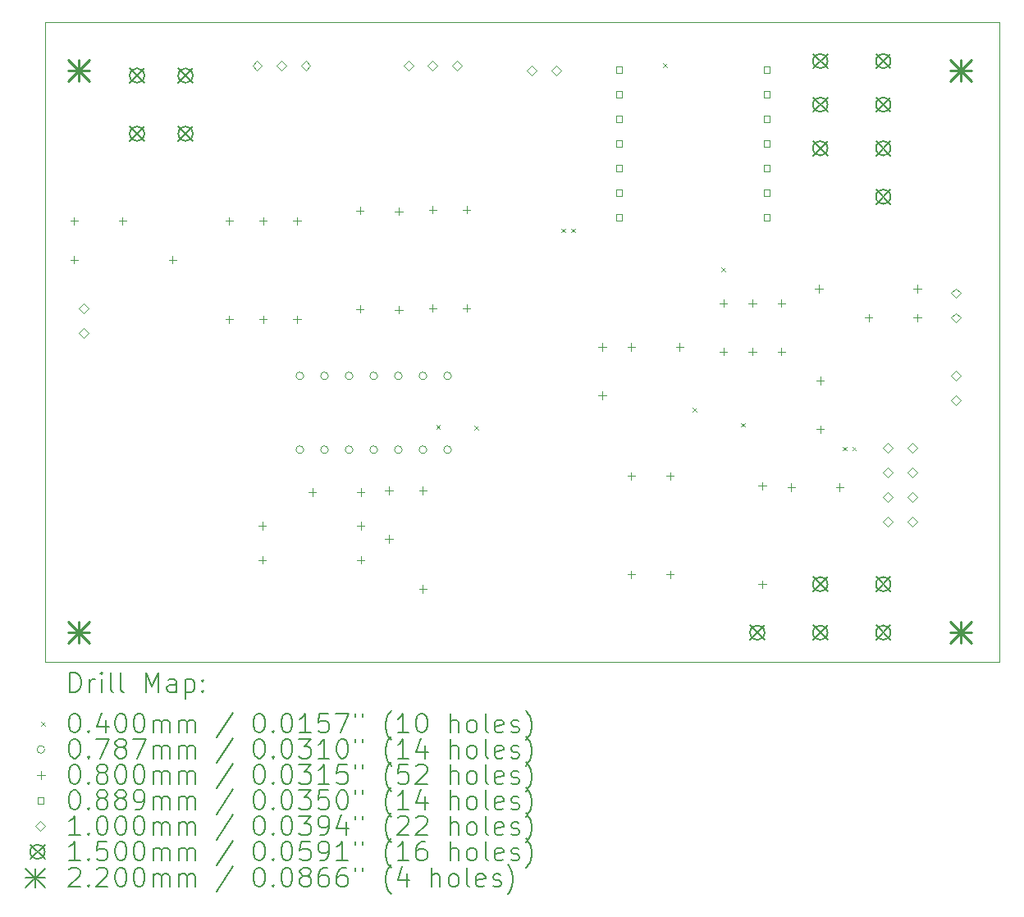
<source format=gbr>
%TF.GenerationSoftware,KiCad,Pcbnew,9.0.0*%
%TF.CreationDate,2025-02-23T14:29:34+01:00*%
%TF.ProjectId,pcb_v0,7063625f-7630-42e6-9b69-6361645f7063,rev?*%
%TF.SameCoordinates,Original*%
%TF.FileFunction,Drillmap*%
%TF.FilePolarity,Positive*%
%FSLAX45Y45*%
G04 Gerber Fmt 4.5, Leading zero omitted, Abs format (unit mm)*
G04 Created by KiCad (PCBNEW 9.0.0) date 2025-02-23 14:29:34*
%MOMM*%
%LPD*%
G01*
G04 APERTURE LIST*
%ADD10C,0.050000*%
%ADD11C,0.200000*%
%ADD12C,0.100000*%
%ADD13C,0.150000*%
%ADD14C,0.220000*%
G04 APERTURE END LIST*
D10*
X10400000Y-4658000D02*
X20250000Y-4658000D01*
X20250000Y-11258000D01*
X10400000Y-11258000D01*
X10400000Y-4658000D01*
D11*
D12*
X14437870Y-8816545D02*
X14477870Y-8856545D01*
X14477870Y-8816545D02*
X14437870Y-8856545D01*
X14828727Y-8824026D02*
X14868727Y-8864026D01*
X14868727Y-8824026D02*
X14828727Y-8864026D01*
X15730000Y-6788000D02*
X15770000Y-6828000D01*
X15770000Y-6788000D02*
X15730000Y-6828000D01*
X15830000Y-6788000D02*
X15870000Y-6828000D01*
X15870000Y-6788000D02*
X15830000Y-6828000D01*
X16780000Y-5080000D02*
X16820000Y-5120000D01*
X16820000Y-5080000D02*
X16780000Y-5120000D01*
X17080000Y-8638000D02*
X17120000Y-8678000D01*
X17120000Y-8638000D02*
X17080000Y-8678000D01*
X17380000Y-7188000D02*
X17420000Y-7228000D01*
X17420000Y-7188000D02*
X17380000Y-7228000D01*
X17585000Y-8793000D02*
X17625000Y-8833000D01*
X17625000Y-8793000D02*
X17585000Y-8833000D01*
X18630000Y-9038000D02*
X18670000Y-9078000D01*
X18670000Y-9038000D02*
X18630000Y-9078000D01*
X18730000Y-9038000D02*
X18770000Y-9078000D01*
X18770000Y-9038000D02*
X18730000Y-9078000D01*
X13069370Y-8308000D02*
G75*
G02*
X12990630Y-8308000I-39370J0D01*
G01*
X12990630Y-8308000D02*
G75*
G02*
X13069370Y-8308000I39370J0D01*
G01*
X13069370Y-9070000D02*
G75*
G02*
X12990630Y-9070000I-39370J0D01*
G01*
X12990630Y-9070000D02*
G75*
G02*
X13069370Y-9070000I39370J0D01*
G01*
X13323370Y-8308000D02*
G75*
G02*
X13244630Y-8308000I-39370J0D01*
G01*
X13244630Y-8308000D02*
G75*
G02*
X13323370Y-8308000I39370J0D01*
G01*
X13323370Y-9070000D02*
G75*
G02*
X13244630Y-9070000I-39370J0D01*
G01*
X13244630Y-9070000D02*
G75*
G02*
X13323370Y-9070000I39370J0D01*
G01*
X13577370Y-8308000D02*
G75*
G02*
X13498630Y-8308000I-39370J0D01*
G01*
X13498630Y-8308000D02*
G75*
G02*
X13577370Y-8308000I39370J0D01*
G01*
X13577370Y-9070000D02*
G75*
G02*
X13498630Y-9070000I-39370J0D01*
G01*
X13498630Y-9070000D02*
G75*
G02*
X13577370Y-9070000I39370J0D01*
G01*
X13831370Y-8308000D02*
G75*
G02*
X13752630Y-8308000I-39370J0D01*
G01*
X13752630Y-8308000D02*
G75*
G02*
X13831370Y-8308000I39370J0D01*
G01*
X13831370Y-9070000D02*
G75*
G02*
X13752630Y-9070000I-39370J0D01*
G01*
X13752630Y-9070000D02*
G75*
G02*
X13831370Y-9070000I39370J0D01*
G01*
X14085370Y-8308000D02*
G75*
G02*
X14006630Y-8308000I-39370J0D01*
G01*
X14006630Y-8308000D02*
G75*
G02*
X14085370Y-8308000I39370J0D01*
G01*
X14085370Y-9070000D02*
G75*
G02*
X14006630Y-9070000I-39370J0D01*
G01*
X14006630Y-9070000D02*
G75*
G02*
X14085370Y-9070000I39370J0D01*
G01*
X14339370Y-8308000D02*
G75*
G02*
X14260630Y-8308000I-39370J0D01*
G01*
X14260630Y-8308000D02*
G75*
G02*
X14339370Y-8308000I39370J0D01*
G01*
X14339370Y-9070000D02*
G75*
G02*
X14260630Y-9070000I-39370J0D01*
G01*
X14260630Y-9070000D02*
G75*
G02*
X14339370Y-9070000I39370J0D01*
G01*
X14593370Y-8308000D02*
G75*
G02*
X14514630Y-8308000I-39370J0D01*
G01*
X14514630Y-8308000D02*
G75*
G02*
X14593370Y-8308000I39370J0D01*
G01*
X14593370Y-9070000D02*
G75*
G02*
X14514630Y-9070000I-39370J0D01*
G01*
X14514630Y-9070000D02*
G75*
G02*
X14593370Y-9070000I39370J0D01*
G01*
X10700000Y-6668000D02*
X10700000Y-6748000D01*
X10660000Y-6708000D02*
X10740000Y-6708000D01*
X10700000Y-7068000D02*
X10700000Y-7148000D01*
X10660000Y-7108000D02*
X10740000Y-7108000D01*
X11200000Y-6668000D02*
X11200000Y-6748000D01*
X11160000Y-6708000D02*
X11240000Y-6708000D01*
X11716000Y-7068000D02*
X11716000Y-7148000D01*
X11676000Y-7108000D02*
X11756000Y-7108000D01*
X12300000Y-6668000D02*
X12300000Y-6748000D01*
X12260000Y-6708000D02*
X12340000Y-6708000D01*
X12300000Y-7684000D02*
X12300000Y-7764000D01*
X12260000Y-7724000D02*
X12340000Y-7724000D01*
X12642969Y-9816374D02*
X12642969Y-9896374D01*
X12602969Y-9856374D02*
X12682969Y-9856374D01*
X12642969Y-10166374D02*
X12642969Y-10246374D01*
X12602969Y-10206374D02*
X12682969Y-10206374D01*
X12650000Y-6668000D02*
X12650000Y-6748000D01*
X12610000Y-6708000D02*
X12690000Y-6708000D01*
X12650000Y-7684000D02*
X12650000Y-7764000D01*
X12610000Y-7724000D02*
X12690000Y-7724000D01*
X13000000Y-6668000D02*
X13000000Y-6748000D01*
X12960000Y-6708000D02*
X13040000Y-6708000D01*
X13000000Y-7684000D02*
X13000000Y-7764000D01*
X12960000Y-7724000D02*
X13040000Y-7724000D01*
X13158969Y-9466374D02*
X13158969Y-9546374D01*
X13118969Y-9506374D02*
X13198969Y-9506374D01*
X13650000Y-6560000D02*
X13650000Y-6640000D01*
X13610000Y-6600000D02*
X13690000Y-6600000D01*
X13650000Y-7576000D02*
X13650000Y-7656000D01*
X13610000Y-7616000D02*
X13690000Y-7616000D01*
X13658969Y-9466374D02*
X13658969Y-9546374D01*
X13618969Y-9506374D02*
X13698969Y-9506374D01*
X13658969Y-9816374D02*
X13658969Y-9896374D01*
X13618969Y-9856374D02*
X13698969Y-9856374D01*
X13658969Y-10166374D02*
X13658969Y-10246374D01*
X13618969Y-10206374D02*
X13698969Y-10206374D01*
X13950000Y-9452000D02*
X13950000Y-9532000D01*
X13910000Y-9492000D02*
X13990000Y-9492000D01*
X13950000Y-9952000D02*
X13950000Y-10032000D01*
X13910000Y-9992000D02*
X13990000Y-9992000D01*
X14050000Y-6568000D02*
X14050000Y-6648000D01*
X14010000Y-6608000D02*
X14090000Y-6608000D01*
X14050000Y-7584000D02*
X14050000Y-7664000D01*
X14010000Y-7624000D02*
X14090000Y-7624000D01*
X14300000Y-9452000D02*
X14300000Y-9532000D01*
X14260000Y-9492000D02*
X14340000Y-9492000D01*
X14300000Y-10468000D02*
X14300000Y-10548000D01*
X14260000Y-10508000D02*
X14340000Y-10508000D01*
X14400000Y-6552000D02*
X14400000Y-6632000D01*
X14360000Y-6592000D02*
X14440000Y-6592000D01*
X14400000Y-7568000D02*
X14400000Y-7648000D01*
X14360000Y-7608000D02*
X14440000Y-7608000D01*
X14750000Y-6552000D02*
X14750000Y-6632000D01*
X14710000Y-6592000D02*
X14790000Y-6592000D01*
X14750000Y-7568000D02*
X14750000Y-7648000D01*
X14710000Y-7608000D02*
X14790000Y-7608000D01*
X16150000Y-7968000D02*
X16150000Y-8048000D01*
X16110000Y-8008000D02*
X16190000Y-8008000D01*
X16150000Y-8468000D02*
X16150000Y-8548000D01*
X16110000Y-8508000D02*
X16190000Y-8508000D01*
X16450000Y-7968000D02*
X16450000Y-8048000D01*
X16410000Y-8008000D02*
X16490000Y-8008000D01*
X16450000Y-9302000D02*
X16450000Y-9382000D01*
X16410000Y-9342000D02*
X16490000Y-9342000D01*
X16450000Y-10318000D02*
X16450000Y-10398000D01*
X16410000Y-10358000D02*
X16490000Y-10358000D01*
X16850000Y-9302000D02*
X16850000Y-9382000D01*
X16810000Y-9342000D02*
X16890000Y-9342000D01*
X16850000Y-10318000D02*
X16850000Y-10398000D01*
X16810000Y-10358000D02*
X16890000Y-10358000D01*
X16950000Y-7968000D02*
X16950000Y-8048000D01*
X16910000Y-8008000D02*
X16990000Y-8008000D01*
X17400000Y-7518000D02*
X17400000Y-7598000D01*
X17360000Y-7558000D02*
X17440000Y-7558000D01*
X17400000Y-8018000D02*
X17400000Y-8098000D01*
X17360000Y-8058000D02*
X17440000Y-8058000D01*
X17700000Y-7518000D02*
X17700000Y-7598000D01*
X17660000Y-7558000D02*
X17740000Y-7558000D01*
X17700000Y-8018000D02*
X17700000Y-8098000D01*
X17660000Y-8058000D02*
X17740000Y-8058000D01*
X17800000Y-9402000D02*
X17800000Y-9482000D01*
X17760000Y-9442000D02*
X17840000Y-9442000D01*
X17800000Y-10418000D02*
X17800000Y-10498000D01*
X17760000Y-10458000D02*
X17840000Y-10458000D01*
X18000000Y-7518000D02*
X18000000Y-7598000D01*
X17960000Y-7558000D02*
X18040000Y-7558000D01*
X18000000Y-8018000D02*
X18000000Y-8098000D01*
X17960000Y-8058000D02*
X18040000Y-8058000D01*
X18100000Y-9418000D02*
X18100000Y-9498000D01*
X18060000Y-9458000D02*
X18140000Y-9458000D01*
X18384000Y-7368000D02*
X18384000Y-7448000D01*
X18344000Y-7408000D02*
X18424000Y-7408000D01*
X18400000Y-8318000D02*
X18400000Y-8398000D01*
X18360000Y-8358000D02*
X18440000Y-8358000D01*
X18400000Y-8818000D02*
X18400000Y-8898000D01*
X18360000Y-8858000D02*
X18440000Y-8858000D01*
X18600000Y-9418000D02*
X18600000Y-9498000D01*
X18560000Y-9458000D02*
X18640000Y-9458000D01*
X18900000Y-7668000D02*
X18900000Y-7748000D01*
X18860000Y-7708000D02*
X18940000Y-7708000D01*
X19400000Y-7368000D02*
X19400000Y-7448000D01*
X19360000Y-7408000D02*
X19440000Y-7408000D01*
X19400000Y-7668000D02*
X19400000Y-7748000D01*
X19360000Y-7708000D02*
X19440000Y-7708000D01*
X16357431Y-5177431D02*
X16357431Y-5114569D01*
X16294569Y-5114569D01*
X16294569Y-5177431D01*
X16357431Y-5177431D01*
X16357431Y-5431431D02*
X16357431Y-5368569D01*
X16294569Y-5368569D01*
X16294569Y-5431431D01*
X16357431Y-5431431D01*
X16357431Y-5685431D02*
X16357431Y-5622569D01*
X16294569Y-5622569D01*
X16294569Y-5685431D01*
X16357431Y-5685431D01*
X16357431Y-5939431D02*
X16357431Y-5876569D01*
X16294569Y-5876569D01*
X16294569Y-5939431D01*
X16357431Y-5939431D01*
X16357431Y-6193431D02*
X16357431Y-6130569D01*
X16294569Y-6130569D01*
X16294569Y-6193431D01*
X16357431Y-6193431D01*
X16357431Y-6447431D02*
X16357431Y-6384569D01*
X16294569Y-6384569D01*
X16294569Y-6447431D01*
X16357431Y-6447431D01*
X16357431Y-6701431D02*
X16357431Y-6638569D01*
X16294569Y-6638569D01*
X16294569Y-6701431D01*
X16357431Y-6701431D01*
X17881431Y-5177431D02*
X17881431Y-5114569D01*
X17818569Y-5114569D01*
X17818569Y-5177431D01*
X17881431Y-5177431D01*
X17881431Y-5431431D02*
X17881431Y-5368569D01*
X17818569Y-5368569D01*
X17818569Y-5431431D01*
X17881431Y-5431431D01*
X17881431Y-5685431D02*
X17881431Y-5622569D01*
X17818569Y-5622569D01*
X17818569Y-5685431D01*
X17881431Y-5685431D01*
X17881431Y-5939431D02*
X17881431Y-5876569D01*
X17818569Y-5876569D01*
X17818569Y-5939431D01*
X17881431Y-5939431D01*
X17881431Y-6193431D02*
X17881431Y-6130569D01*
X17818569Y-6130569D01*
X17818569Y-6193431D01*
X17881431Y-6193431D01*
X17881431Y-6447431D02*
X17881431Y-6384569D01*
X17818569Y-6384569D01*
X17818569Y-6447431D01*
X17881431Y-6447431D01*
X17881431Y-6701431D02*
X17881431Y-6638569D01*
X17818569Y-6638569D01*
X17818569Y-6701431D01*
X17881431Y-6701431D01*
X10800000Y-7662000D02*
X10850000Y-7612000D01*
X10800000Y-7562000D01*
X10750000Y-7612000D01*
X10800000Y-7662000D01*
X10800000Y-7916000D02*
X10850000Y-7866000D01*
X10800000Y-7816000D01*
X10750000Y-7866000D01*
X10800000Y-7916000D01*
X12590000Y-5158000D02*
X12640000Y-5108000D01*
X12590000Y-5058000D01*
X12540000Y-5108000D01*
X12590000Y-5158000D01*
X12840000Y-5158000D02*
X12890000Y-5108000D01*
X12840000Y-5058000D01*
X12790000Y-5108000D01*
X12840000Y-5158000D01*
X13090000Y-5158000D02*
X13140000Y-5108000D01*
X13090000Y-5058000D01*
X13040000Y-5108000D01*
X13090000Y-5158000D01*
X14150000Y-5153000D02*
X14200000Y-5103000D01*
X14150000Y-5053000D01*
X14100000Y-5103000D01*
X14150000Y-5153000D01*
X14400000Y-5153000D02*
X14450000Y-5103000D01*
X14400000Y-5053000D01*
X14350000Y-5103000D01*
X14400000Y-5153000D01*
X14650000Y-5153000D02*
X14700000Y-5103000D01*
X14650000Y-5053000D01*
X14600000Y-5103000D01*
X14650000Y-5153000D01*
X15423500Y-5208000D02*
X15473500Y-5158000D01*
X15423500Y-5108000D01*
X15373500Y-5158000D01*
X15423500Y-5208000D01*
X15677500Y-5208000D02*
X15727500Y-5158000D01*
X15677500Y-5108000D01*
X15627500Y-5158000D01*
X15677500Y-5208000D01*
X19096000Y-9104000D02*
X19146000Y-9054000D01*
X19096000Y-9004000D01*
X19046000Y-9054000D01*
X19096000Y-9104000D01*
X19096000Y-9358000D02*
X19146000Y-9308000D01*
X19096000Y-9258000D01*
X19046000Y-9308000D01*
X19096000Y-9358000D01*
X19096000Y-9612000D02*
X19146000Y-9562000D01*
X19096000Y-9512000D01*
X19046000Y-9562000D01*
X19096000Y-9612000D01*
X19096000Y-9866000D02*
X19146000Y-9816000D01*
X19096000Y-9766000D01*
X19046000Y-9816000D01*
X19096000Y-9866000D01*
X19350000Y-9104000D02*
X19400000Y-9054000D01*
X19350000Y-9004000D01*
X19300000Y-9054000D01*
X19350000Y-9104000D01*
X19350000Y-9358000D02*
X19400000Y-9308000D01*
X19350000Y-9258000D01*
X19300000Y-9308000D01*
X19350000Y-9358000D01*
X19350000Y-9612000D02*
X19400000Y-9562000D01*
X19350000Y-9512000D01*
X19300000Y-9562000D01*
X19350000Y-9612000D01*
X19350000Y-9866000D02*
X19400000Y-9816000D01*
X19350000Y-9766000D01*
X19300000Y-9816000D01*
X19350000Y-9866000D01*
X19800000Y-7504000D02*
X19850000Y-7454000D01*
X19800000Y-7404000D01*
X19750000Y-7454000D01*
X19800000Y-7504000D01*
X19800000Y-7758000D02*
X19850000Y-7708000D01*
X19800000Y-7658000D01*
X19750000Y-7708000D01*
X19800000Y-7758000D01*
X19800000Y-8354000D02*
X19850000Y-8304000D01*
X19800000Y-8254000D01*
X19750000Y-8304000D01*
X19800000Y-8354000D01*
X19800000Y-8608000D02*
X19850000Y-8558000D01*
X19800000Y-8508000D01*
X19750000Y-8558000D01*
X19800000Y-8608000D01*
D13*
X11275000Y-5133000D02*
X11425000Y-5283000D01*
X11425000Y-5133000D02*
X11275000Y-5283000D01*
X11425000Y-5208000D02*
G75*
G02*
X11275000Y-5208000I-75000J0D01*
G01*
X11275000Y-5208000D02*
G75*
G02*
X11425000Y-5208000I75000J0D01*
G01*
X11275000Y-5733000D02*
X11425000Y-5883000D01*
X11425000Y-5733000D02*
X11275000Y-5883000D01*
X11425000Y-5808000D02*
G75*
G02*
X11275000Y-5808000I-75000J0D01*
G01*
X11275000Y-5808000D02*
G75*
G02*
X11425000Y-5808000I75000J0D01*
G01*
X11775000Y-5133000D02*
X11925000Y-5283000D01*
X11925000Y-5133000D02*
X11775000Y-5283000D01*
X11925000Y-5208000D02*
G75*
G02*
X11775000Y-5208000I-75000J0D01*
G01*
X11775000Y-5208000D02*
G75*
G02*
X11925000Y-5208000I75000J0D01*
G01*
X11775000Y-5733000D02*
X11925000Y-5883000D01*
X11925000Y-5733000D02*
X11775000Y-5883000D01*
X11925000Y-5808000D02*
G75*
G02*
X11775000Y-5808000I-75000J0D01*
G01*
X11775000Y-5808000D02*
G75*
G02*
X11925000Y-5808000I75000J0D01*
G01*
X17675000Y-10883000D02*
X17825000Y-11033000D01*
X17825000Y-10883000D02*
X17675000Y-11033000D01*
X17825000Y-10958000D02*
G75*
G02*
X17675000Y-10958000I-75000J0D01*
G01*
X17675000Y-10958000D02*
G75*
G02*
X17825000Y-10958000I75000J0D01*
G01*
X18325000Y-4983000D02*
X18475000Y-5133000D01*
X18475000Y-4983000D02*
X18325000Y-5133000D01*
X18475000Y-5058000D02*
G75*
G02*
X18325000Y-5058000I-75000J0D01*
G01*
X18325000Y-5058000D02*
G75*
G02*
X18475000Y-5058000I75000J0D01*
G01*
X18325000Y-5433000D02*
X18475000Y-5583000D01*
X18475000Y-5433000D02*
X18325000Y-5583000D01*
X18475000Y-5508000D02*
G75*
G02*
X18325000Y-5508000I-75000J0D01*
G01*
X18325000Y-5508000D02*
G75*
G02*
X18475000Y-5508000I75000J0D01*
G01*
X18325000Y-5883000D02*
X18475000Y-6033000D01*
X18475000Y-5883000D02*
X18325000Y-6033000D01*
X18475000Y-5958000D02*
G75*
G02*
X18325000Y-5958000I-75000J0D01*
G01*
X18325000Y-5958000D02*
G75*
G02*
X18475000Y-5958000I75000J0D01*
G01*
X18325000Y-10383000D02*
X18475000Y-10533000D01*
X18475000Y-10383000D02*
X18325000Y-10533000D01*
X18475000Y-10458000D02*
G75*
G02*
X18325000Y-10458000I-75000J0D01*
G01*
X18325000Y-10458000D02*
G75*
G02*
X18475000Y-10458000I75000J0D01*
G01*
X18325000Y-10883000D02*
X18475000Y-11033000D01*
X18475000Y-10883000D02*
X18325000Y-11033000D01*
X18475000Y-10958000D02*
G75*
G02*
X18325000Y-10958000I-75000J0D01*
G01*
X18325000Y-10958000D02*
G75*
G02*
X18475000Y-10958000I75000J0D01*
G01*
X18975000Y-4983000D02*
X19125000Y-5133000D01*
X19125000Y-4983000D02*
X18975000Y-5133000D01*
X19125000Y-5058000D02*
G75*
G02*
X18975000Y-5058000I-75000J0D01*
G01*
X18975000Y-5058000D02*
G75*
G02*
X19125000Y-5058000I75000J0D01*
G01*
X18975000Y-5433000D02*
X19125000Y-5583000D01*
X19125000Y-5433000D02*
X18975000Y-5583000D01*
X19125000Y-5508000D02*
G75*
G02*
X18975000Y-5508000I-75000J0D01*
G01*
X18975000Y-5508000D02*
G75*
G02*
X19125000Y-5508000I75000J0D01*
G01*
X18975000Y-5883000D02*
X19125000Y-6033000D01*
X19125000Y-5883000D02*
X18975000Y-6033000D01*
X19125000Y-5958000D02*
G75*
G02*
X18975000Y-5958000I-75000J0D01*
G01*
X18975000Y-5958000D02*
G75*
G02*
X19125000Y-5958000I75000J0D01*
G01*
X18975000Y-6383000D02*
X19125000Y-6533000D01*
X19125000Y-6383000D02*
X18975000Y-6533000D01*
X19125000Y-6458000D02*
G75*
G02*
X18975000Y-6458000I-75000J0D01*
G01*
X18975000Y-6458000D02*
G75*
G02*
X19125000Y-6458000I75000J0D01*
G01*
X18975000Y-10383000D02*
X19125000Y-10533000D01*
X19125000Y-10383000D02*
X18975000Y-10533000D01*
X19125000Y-10458000D02*
G75*
G02*
X18975000Y-10458000I-75000J0D01*
G01*
X18975000Y-10458000D02*
G75*
G02*
X19125000Y-10458000I75000J0D01*
G01*
X18975000Y-10883000D02*
X19125000Y-11033000D01*
X19125000Y-10883000D02*
X18975000Y-11033000D01*
X19125000Y-10958000D02*
G75*
G02*
X18975000Y-10958000I-75000J0D01*
G01*
X18975000Y-10958000D02*
G75*
G02*
X19125000Y-10958000I75000J0D01*
G01*
D14*
X10640000Y-5048000D02*
X10860000Y-5268000D01*
X10860000Y-5048000D02*
X10640000Y-5268000D01*
X10750000Y-5048000D02*
X10750000Y-5268000D01*
X10640000Y-5158000D02*
X10860000Y-5158000D01*
X10640000Y-10848000D02*
X10860000Y-11068000D01*
X10860000Y-10848000D02*
X10640000Y-11068000D01*
X10750000Y-10848000D02*
X10750000Y-11068000D01*
X10640000Y-10958000D02*
X10860000Y-10958000D01*
X19740000Y-5048000D02*
X19960000Y-5268000D01*
X19960000Y-5048000D02*
X19740000Y-5268000D01*
X19850000Y-5048000D02*
X19850000Y-5268000D01*
X19740000Y-5158000D02*
X19960000Y-5158000D01*
X19740000Y-10848000D02*
X19960000Y-11068000D01*
X19960000Y-10848000D02*
X19740000Y-11068000D01*
X19850000Y-10848000D02*
X19850000Y-11068000D01*
X19740000Y-10958000D02*
X19960000Y-10958000D01*
D11*
X10658277Y-11571984D02*
X10658277Y-11371984D01*
X10658277Y-11371984D02*
X10705896Y-11371984D01*
X10705896Y-11371984D02*
X10734467Y-11381508D01*
X10734467Y-11381508D02*
X10753515Y-11400555D01*
X10753515Y-11400555D02*
X10763039Y-11419603D01*
X10763039Y-11419603D02*
X10772563Y-11457698D01*
X10772563Y-11457698D02*
X10772563Y-11486269D01*
X10772563Y-11486269D02*
X10763039Y-11524365D01*
X10763039Y-11524365D02*
X10753515Y-11543412D01*
X10753515Y-11543412D02*
X10734467Y-11562460D01*
X10734467Y-11562460D02*
X10705896Y-11571984D01*
X10705896Y-11571984D02*
X10658277Y-11571984D01*
X10858277Y-11571984D02*
X10858277Y-11438650D01*
X10858277Y-11476746D02*
X10867801Y-11457698D01*
X10867801Y-11457698D02*
X10877324Y-11448174D01*
X10877324Y-11448174D02*
X10896372Y-11438650D01*
X10896372Y-11438650D02*
X10915420Y-11438650D01*
X10982086Y-11571984D02*
X10982086Y-11438650D01*
X10982086Y-11371984D02*
X10972563Y-11381508D01*
X10972563Y-11381508D02*
X10982086Y-11391031D01*
X10982086Y-11391031D02*
X10991610Y-11381508D01*
X10991610Y-11381508D02*
X10982086Y-11371984D01*
X10982086Y-11371984D02*
X10982086Y-11391031D01*
X11105896Y-11571984D02*
X11086848Y-11562460D01*
X11086848Y-11562460D02*
X11077324Y-11543412D01*
X11077324Y-11543412D02*
X11077324Y-11371984D01*
X11210658Y-11571984D02*
X11191610Y-11562460D01*
X11191610Y-11562460D02*
X11182086Y-11543412D01*
X11182086Y-11543412D02*
X11182086Y-11371984D01*
X11439229Y-11571984D02*
X11439229Y-11371984D01*
X11439229Y-11371984D02*
X11505896Y-11514841D01*
X11505896Y-11514841D02*
X11572562Y-11371984D01*
X11572562Y-11371984D02*
X11572562Y-11571984D01*
X11753515Y-11571984D02*
X11753515Y-11467222D01*
X11753515Y-11467222D02*
X11743991Y-11448174D01*
X11743991Y-11448174D02*
X11724943Y-11438650D01*
X11724943Y-11438650D02*
X11686848Y-11438650D01*
X11686848Y-11438650D02*
X11667801Y-11448174D01*
X11753515Y-11562460D02*
X11734467Y-11571984D01*
X11734467Y-11571984D02*
X11686848Y-11571984D01*
X11686848Y-11571984D02*
X11667801Y-11562460D01*
X11667801Y-11562460D02*
X11658277Y-11543412D01*
X11658277Y-11543412D02*
X11658277Y-11524365D01*
X11658277Y-11524365D02*
X11667801Y-11505317D01*
X11667801Y-11505317D02*
X11686848Y-11495793D01*
X11686848Y-11495793D02*
X11734467Y-11495793D01*
X11734467Y-11495793D02*
X11753515Y-11486269D01*
X11848753Y-11438650D02*
X11848753Y-11638650D01*
X11848753Y-11448174D02*
X11867801Y-11438650D01*
X11867801Y-11438650D02*
X11905896Y-11438650D01*
X11905896Y-11438650D02*
X11924943Y-11448174D01*
X11924943Y-11448174D02*
X11934467Y-11457698D01*
X11934467Y-11457698D02*
X11943991Y-11476746D01*
X11943991Y-11476746D02*
X11943991Y-11533888D01*
X11943991Y-11533888D02*
X11934467Y-11552936D01*
X11934467Y-11552936D02*
X11924943Y-11562460D01*
X11924943Y-11562460D02*
X11905896Y-11571984D01*
X11905896Y-11571984D02*
X11867801Y-11571984D01*
X11867801Y-11571984D02*
X11848753Y-11562460D01*
X12029705Y-11552936D02*
X12039229Y-11562460D01*
X12039229Y-11562460D02*
X12029705Y-11571984D01*
X12029705Y-11571984D02*
X12020182Y-11562460D01*
X12020182Y-11562460D02*
X12029705Y-11552936D01*
X12029705Y-11552936D02*
X12029705Y-11571984D01*
X12029705Y-11448174D02*
X12039229Y-11457698D01*
X12039229Y-11457698D02*
X12029705Y-11467222D01*
X12029705Y-11467222D02*
X12020182Y-11457698D01*
X12020182Y-11457698D02*
X12029705Y-11448174D01*
X12029705Y-11448174D02*
X12029705Y-11467222D01*
D12*
X10357500Y-11880500D02*
X10397500Y-11920500D01*
X10397500Y-11880500D02*
X10357500Y-11920500D01*
D11*
X10696372Y-11791984D02*
X10715420Y-11791984D01*
X10715420Y-11791984D02*
X10734467Y-11801508D01*
X10734467Y-11801508D02*
X10743991Y-11811031D01*
X10743991Y-11811031D02*
X10753515Y-11830079D01*
X10753515Y-11830079D02*
X10763039Y-11868174D01*
X10763039Y-11868174D02*
X10763039Y-11915793D01*
X10763039Y-11915793D02*
X10753515Y-11953888D01*
X10753515Y-11953888D02*
X10743991Y-11972936D01*
X10743991Y-11972936D02*
X10734467Y-11982460D01*
X10734467Y-11982460D02*
X10715420Y-11991984D01*
X10715420Y-11991984D02*
X10696372Y-11991984D01*
X10696372Y-11991984D02*
X10677324Y-11982460D01*
X10677324Y-11982460D02*
X10667801Y-11972936D01*
X10667801Y-11972936D02*
X10658277Y-11953888D01*
X10658277Y-11953888D02*
X10648753Y-11915793D01*
X10648753Y-11915793D02*
X10648753Y-11868174D01*
X10648753Y-11868174D02*
X10658277Y-11830079D01*
X10658277Y-11830079D02*
X10667801Y-11811031D01*
X10667801Y-11811031D02*
X10677324Y-11801508D01*
X10677324Y-11801508D02*
X10696372Y-11791984D01*
X10848753Y-11972936D02*
X10858277Y-11982460D01*
X10858277Y-11982460D02*
X10848753Y-11991984D01*
X10848753Y-11991984D02*
X10839229Y-11982460D01*
X10839229Y-11982460D02*
X10848753Y-11972936D01*
X10848753Y-11972936D02*
X10848753Y-11991984D01*
X11029705Y-11858650D02*
X11029705Y-11991984D01*
X10982086Y-11782460D02*
X10934467Y-11925317D01*
X10934467Y-11925317D02*
X11058277Y-11925317D01*
X11172563Y-11791984D02*
X11191610Y-11791984D01*
X11191610Y-11791984D02*
X11210658Y-11801508D01*
X11210658Y-11801508D02*
X11220182Y-11811031D01*
X11220182Y-11811031D02*
X11229705Y-11830079D01*
X11229705Y-11830079D02*
X11239229Y-11868174D01*
X11239229Y-11868174D02*
X11239229Y-11915793D01*
X11239229Y-11915793D02*
X11229705Y-11953888D01*
X11229705Y-11953888D02*
X11220182Y-11972936D01*
X11220182Y-11972936D02*
X11210658Y-11982460D01*
X11210658Y-11982460D02*
X11191610Y-11991984D01*
X11191610Y-11991984D02*
X11172563Y-11991984D01*
X11172563Y-11991984D02*
X11153515Y-11982460D01*
X11153515Y-11982460D02*
X11143991Y-11972936D01*
X11143991Y-11972936D02*
X11134467Y-11953888D01*
X11134467Y-11953888D02*
X11124944Y-11915793D01*
X11124944Y-11915793D02*
X11124944Y-11868174D01*
X11124944Y-11868174D02*
X11134467Y-11830079D01*
X11134467Y-11830079D02*
X11143991Y-11811031D01*
X11143991Y-11811031D02*
X11153515Y-11801508D01*
X11153515Y-11801508D02*
X11172563Y-11791984D01*
X11363039Y-11791984D02*
X11382086Y-11791984D01*
X11382086Y-11791984D02*
X11401134Y-11801508D01*
X11401134Y-11801508D02*
X11410658Y-11811031D01*
X11410658Y-11811031D02*
X11420182Y-11830079D01*
X11420182Y-11830079D02*
X11429705Y-11868174D01*
X11429705Y-11868174D02*
X11429705Y-11915793D01*
X11429705Y-11915793D02*
X11420182Y-11953888D01*
X11420182Y-11953888D02*
X11410658Y-11972936D01*
X11410658Y-11972936D02*
X11401134Y-11982460D01*
X11401134Y-11982460D02*
X11382086Y-11991984D01*
X11382086Y-11991984D02*
X11363039Y-11991984D01*
X11363039Y-11991984D02*
X11343991Y-11982460D01*
X11343991Y-11982460D02*
X11334467Y-11972936D01*
X11334467Y-11972936D02*
X11324943Y-11953888D01*
X11324943Y-11953888D02*
X11315420Y-11915793D01*
X11315420Y-11915793D02*
X11315420Y-11868174D01*
X11315420Y-11868174D02*
X11324943Y-11830079D01*
X11324943Y-11830079D02*
X11334467Y-11811031D01*
X11334467Y-11811031D02*
X11343991Y-11801508D01*
X11343991Y-11801508D02*
X11363039Y-11791984D01*
X11515420Y-11991984D02*
X11515420Y-11858650D01*
X11515420Y-11877698D02*
X11524943Y-11868174D01*
X11524943Y-11868174D02*
X11543991Y-11858650D01*
X11543991Y-11858650D02*
X11572563Y-11858650D01*
X11572563Y-11858650D02*
X11591610Y-11868174D01*
X11591610Y-11868174D02*
X11601134Y-11887222D01*
X11601134Y-11887222D02*
X11601134Y-11991984D01*
X11601134Y-11887222D02*
X11610658Y-11868174D01*
X11610658Y-11868174D02*
X11629705Y-11858650D01*
X11629705Y-11858650D02*
X11658277Y-11858650D01*
X11658277Y-11858650D02*
X11677324Y-11868174D01*
X11677324Y-11868174D02*
X11686848Y-11887222D01*
X11686848Y-11887222D02*
X11686848Y-11991984D01*
X11782086Y-11991984D02*
X11782086Y-11858650D01*
X11782086Y-11877698D02*
X11791610Y-11868174D01*
X11791610Y-11868174D02*
X11810658Y-11858650D01*
X11810658Y-11858650D02*
X11839229Y-11858650D01*
X11839229Y-11858650D02*
X11858277Y-11868174D01*
X11858277Y-11868174D02*
X11867801Y-11887222D01*
X11867801Y-11887222D02*
X11867801Y-11991984D01*
X11867801Y-11887222D02*
X11877324Y-11868174D01*
X11877324Y-11868174D02*
X11896372Y-11858650D01*
X11896372Y-11858650D02*
X11924943Y-11858650D01*
X11924943Y-11858650D02*
X11943991Y-11868174D01*
X11943991Y-11868174D02*
X11953515Y-11887222D01*
X11953515Y-11887222D02*
X11953515Y-11991984D01*
X12343991Y-11782460D02*
X12172563Y-12039603D01*
X12601134Y-11791984D02*
X12620182Y-11791984D01*
X12620182Y-11791984D02*
X12639229Y-11801508D01*
X12639229Y-11801508D02*
X12648753Y-11811031D01*
X12648753Y-11811031D02*
X12658277Y-11830079D01*
X12658277Y-11830079D02*
X12667801Y-11868174D01*
X12667801Y-11868174D02*
X12667801Y-11915793D01*
X12667801Y-11915793D02*
X12658277Y-11953888D01*
X12658277Y-11953888D02*
X12648753Y-11972936D01*
X12648753Y-11972936D02*
X12639229Y-11982460D01*
X12639229Y-11982460D02*
X12620182Y-11991984D01*
X12620182Y-11991984D02*
X12601134Y-11991984D01*
X12601134Y-11991984D02*
X12582086Y-11982460D01*
X12582086Y-11982460D02*
X12572563Y-11972936D01*
X12572563Y-11972936D02*
X12563039Y-11953888D01*
X12563039Y-11953888D02*
X12553515Y-11915793D01*
X12553515Y-11915793D02*
X12553515Y-11868174D01*
X12553515Y-11868174D02*
X12563039Y-11830079D01*
X12563039Y-11830079D02*
X12572563Y-11811031D01*
X12572563Y-11811031D02*
X12582086Y-11801508D01*
X12582086Y-11801508D02*
X12601134Y-11791984D01*
X12753515Y-11972936D02*
X12763039Y-11982460D01*
X12763039Y-11982460D02*
X12753515Y-11991984D01*
X12753515Y-11991984D02*
X12743991Y-11982460D01*
X12743991Y-11982460D02*
X12753515Y-11972936D01*
X12753515Y-11972936D02*
X12753515Y-11991984D01*
X12886848Y-11791984D02*
X12905896Y-11791984D01*
X12905896Y-11791984D02*
X12924944Y-11801508D01*
X12924944Y-11801508D02*
X12934467Y-11811031D01*
X12934467Y-11811031D02*
X12943991Y-11830079D01*
X12943991Y-11830079D02*
X12953515Y-11868174D01*
X12953515Y-11868174D02*
X12953515Y-11915793D01*
X12953515Y-11915793D02*
X12943991Y-11953888D01*
X12943991Y-11953888D02*
X12934467Y-11972936D01*
X12934467Y-11972936D02*
X12924944Y-11982460D01*
X12924944Y-11982460D02*
X12905896Y-11991984D01*
X12905896Y-11991984D02*
X12886848Y-11991984D01*
X12886848Y-11991984D02*
X12867801Y-11982460D01*
X12867801Y-11982460D02*
X12858277Y-11972936D01*
X12858277Y-11972936D02*
X12848753Y-11953888D01*
X12848753Y-11953888D02*
X12839229Y-11915793D01*
X12839229Y-11915793D02*
X12839229Y-11868174D01*
X12839229Y-11868174D02*
X12848753Y-11830079D01*
X12848753Y-11830079D02*
X12858277Y-11811031D01*
X12858277Y-11811031D02*
X12867801Y-11801508D01*
X12867801Y-11801508D02*
X12886848Y-11791984D01*
X13143991Y-11991984D02*
X13029706Y-11991984D01*
X13086848Y-11991984D02*
X13086848Y-11791984D01*
X13086848Y-11791984D02*
X13067801Y-11820555D01*
X13067801Y-11820555D02*
X13048753Y-11839603D01*
X13048753Y-11839603D02*
X13029706Y-11849127D01*
X13324944Y-11791984D02*
X13229706Y-11791984D01*
X13229706Y-11791984D02*
X13220182Y-11887222D01*
X13220182Y-11887222D02*
X13229706Y-11877698D01*
X13229706Y-11877698D02*
X13248753Y-11868174D01*
X13248753Y-11868174D02*
X13296372Y-11868174D01*
X13296372Y-11868174D02*
X13315420Y-11877698D01*
X13315420Y-11877698D02*
X13324944Y-11887222D01*
X13324944Y-11887222D02*
X13334467Y-11906269D01*
X13334467Y-11906269D02*
X13334467Y-11953888D01*
X13334467Y-11953888D02*
X13324944Y-11972936D01*
X13324944Y-11972936D02*
X13315420Y-11982460D01*
X13315420Y-11982460D02*
X13296372Y-11991984D01*
X13296372Y-11991984D02*
X13248753Y-11991984D01*
X13248753Y-11991984D02*
X13229706Y-11982460D01*
X13229706Y-11982460D02*
X13220182Y-11972936D01*
X13401134Y-11791984D02*
X13534467Y-11791984D01*
X13534467Y-11791984D02*
X13448753Y-11991984D01*
X13601134Y-11791984D02*
X13601134Y-11830079D01*
X13677325Y-11791984D02*
X13677325Y-11830079D01*
X13972563Y-12068174D02*
X13963039Y-12058650D01*
X13963039Y-12058650D02*
X13943991Y-12030079D01*
X13943991Y-12030079D02*
X13934468Y-12011031D01*
X13934468Y-12011031D02*
X13924944Y-11982460D01*
X13924944Y-11982460D02*
X13915420Y-11934841D01*
X13915420Y-11934841D02*
X13915420Y-11896746D01*
X13915420Y-11896746D02*
X13924944Y-11849127D01*
X13924944Y-11849127D02*
X13934468Y-11820555D01*
X13934468Y-11820555D02*
X13943991Y-11801508D01*
X13943991Y-11801508D02*
X13963039Y-11772936D01*
X13963039Y-11772936D02*
X13972563Y-11763412D01*
X14153515Y-11991984D02*
X14039229Y-11991984D01*
X14096372Y-11991984D02*
X14096372Y-11791984D01*
X14096372Y-11791984D02*
X14077325Y-11820555D01*
X14077325Y-11820555D02*
X14058277Y-11839603D01*
X14058277Y-11839603D02*
X14039229Y-11849127D01*
X14277325Y-11791984D02*
X14296372Y-11791984D01*
X14296372Y-11791984D02*
X14315420Y-11801508D01*
X14315420Y-11801508D02*
X14324944Y-11811031D01*
X14324944Y-11811031D02*
X14334468Y-11830079D01*
X14334468Y-11830079D02*
X14343991Y-11868174D01*
X14343991Y-11868174D02*
X14343991Y-11915793D01*
X14343991Y-11915793D02*
X14334468Y-11953888D01*
X14334468Y-11953888D02*
X14324944Y-11972936D01*
X14324944Y-11972936D02*
X14315420Y-11982460D01*
X14315420Y-11982460D02*
X14296372Y-11991984D01*
X14296372Y-11991984D02*
X14277325Y-11991984D01*
X14277325Y-11991984D02*
X14258277Y-11982460D01*
X14258277Y-11982460D02*
X14248753Y-11972936D01*
X14248753Y-11972936D02*
X14239229Y-11953888D01*
X14239229Y-11953888D02*
X14229706Y-11915793D01*
X14229706Y-11915793D02*
X14229706Y-11868174D01*
X14229706Y-11868174D02*
X14239229Y-11830079D01*
X14239229Y-11830079D02*
X14248753Y-11811031D01*
X14248753Y-11811031D02*
X14258277Y-11801508D01*
X14258277Y-11801508D02*
X14277325Y-11791984D01*
X14582087Y-11991984D02*
X14582087Y-11791984D01*
X14667801Y-11991984D02*
X14667801Y-11887222D01*
X14667801Y-11887222D02*
X14658277Y-11868174D01*
X14658277Y-11868174D02*
X14639230Y-11858650D01*
X14639230Y-11858650D02*
X14610658Y-11858650D01*
X14610658Y-11858650D02*
X14591610Y-11868174D01*
X14591610Y-11868174D02*
X14582087Y-11877698D01*
X14791610Y-11991984D02*
X14772563Y-11982460D01*
X14772563Y-11982460D02*
X14763039Y-11972936D01*
X14763039Y-11972936D02*
X14753515Y-11953888D01*
X14753515Y-11953888D02*
X14753515Y-11896746D01*
X14753515Y-11896746D02*
X14763039Y-11877698D01*
X14763039Y-11877698D02*
X14772563Y-11868174D01*
X14772563Y-11868174D02*
X14791610Y-11858650D01*
X14791610Y-11858650D02*
X14820182Y-11858650D01*
X14820182Y-11858650D02*
X14839230Y-11868174D01*
X14839230Y-11868174D02*
X14848753Y-11877698D01*
X14848753Y-11877698D02*
X14858277Y-11896746D01*
X14858277Y-11896746D02*
X14858277Y-11953888D01*
X14858277Y-11953888D02*
X14848753Y-11972936D01*
X14848753Y-11972936D02*
X14839230Y-11982460D01*
X14839230Y-11982460D02*
X14820182Y-11991984D01*
X14820182Y-11991984D02*
X14791610Y-11991984D01*
X14972563Y-11991984D02*
X14953515Y-11982460D01*
X14953515Y-11982460D02*
X14943991Y-11963412D01*
X14943991Y-11963412D02*
X14943991Y-11791984D01*
X15124944Y-11982460D02*
X15105896Y-11991984D01*
X15105896Y-11991984D02*
X15067801Y-11991984D01*
X15067801Y-11991984D02*
X15048753Y-11982460D01*
X15048753Y-11982460D02*
X15039230Y-11963412D01*
X15039230Y-11963412D02*
X15039230Y-11887222D01*
X15039230Y-11887222D02*
X15048753Y-11868174D01*
X15048753Y-11868174D02*
X15067801Y-11858650D01*
X15067801Y-11858650D02*
X15105896Y-11858650D01*
X15105896Y-11858650D02*
X15124944Y-11868174D01*
X15124944Y-11868174D02*
X15134468Y-11887222D01*
X15134468Y-11887222D02*
X15134468Y-11906269D01*
X15134468Y-11906269D02*
X15039230Y-11925317D01*
X15210658Y-11982460D02*
X15229706Y-11991984D01*
X15229706Y-11991984D02*
X15267801Y-11991984D01*
X15267801Y-11991984D02*
X15286849Y-11982460D01*
X15286849Y-11982460D02*
X15296372Y-11963412D01*
X15296372Y-11963412D02*
X15296372Y-11953888D01*
X15296372Y-11953888D02*
X15286849Y-11934841D01*
X15286849Y-11934841D02*
X15267801Y-11925317D01*
X15267801Y-11925317D02*
X15239230Y-11925317D01*
X15239230Y-11925317D02*
X15220182Y-11915793D01*
X15220182Y-11915793D02*
X15210658Y-11896746D01*
X15210658Y-11896746D02*
X15210658Y-11887222D01*
X15210658Y-11887222D02*
X15220182Y-11868174D01*
X15220182Y-11868174D02*
X15239230Y-11858650D01*
X15239230Y-11858650D02*
X15267801Y-11858650D01*
X15267801Y-11858650D02*
X15286849Y-11868174D01*
X15363039Y-12068174D02*
X15372563Y-12058650D01*
X15372563Y-12058650D02*
X15391611Y-12030079D01*
X15391611Y-12030079D02*
X15401134Y-12011031D01*
X15401134Y-12011031D02*
X15410658Y-11982460D01*
X15410658Y-11982460D02*
X15420182Y-11934841D01*
X15420182Y-11934841D02*
X15420182Y-11896746D01*
X15420182Y-11896746D02*
X15410658Y-11849127D01*
X15410658Y-11849127D02*
X15401134Y-11820555D01*
X15401134Y-11820555D02*
X15391611Y-11801508D01*
X15391611Y-11801508D02*
X15372563Y-11772936D01*
X15372563Y-11772936D02*
X15363039Y-11763412D01*
D12*
X10397500Y-12164500D02*
G75*
G02*
X10318760Y-12164500I-39370J0D01*
G01*
X10318760Y-12164500D02*
G75*
G02*
X10397500Y-12164500I39370J0D01*
G01*
D11*
X10696372Y-12055984D02*
X10715420Y-12055984D01*
X10715420Y-12055984D02*
X10734467Y-12065508D01*
X10734467Y-12065508D02*
X10743991Y-12075031D01*
X10743991Y-12075031D02*
X10753515Y-12094079D01*
X10753515Y-12094079D02*
X10763039Y-12132174D01*
X10763039Y-12132174D02*
X10763039Y-12179793D01*
X10763039Y-12179793D02*
X10753515Y-12217888D01*
X10753515Y-12217888D02*
X10743991Y-12236936D01*
X10743991Y-12236936D02*
X10734467Y-12246460D01*
X10734467Y-12246460D02*
X10715420Y-12255984D01*
X10715420Y-12255984D02*
X10696372Y-12255984D01*
X10696372Y-12255984D02*
X10677324Y-12246460D01*
X10677324Y-12246460D02*
X10667801Y-12236936D01*
X10667801Y-12236936D02*
X10658277Y-12217888D01*
X10658277Y-12217888D02*
X10648753Y-12179793D01*
X10648753Y-12179793D02*
X10648753Y-12132174D01*
X10648753Y-12132174D02*
X10658277Y-12094079D01*
X10658277Y-12094079D02*
X10667801Y-12075031D01*
X10667801Y-12075031D02*
X10677324Y-12065508D01*
X10677324Y-12065508D02*
X10696372Y-12055984D01*
X10848753Y-12236936D02*
X10858277Y-12246460D01*
X10858277Y-12246460D02*
X10848753Y-12255984D01*
X10848753Y-12255984D02*
X10839229Y-12246460D01*
X10839229Y-12246460D02*
X10848753Y-12236936D01*
X10848753Y-12236936D02*
X10848753Y-12255984D01*
X10924944Y-12055984D02*
X11058277Y-12055984D01*
X11058277Y-12055984D02*
X10972563Y-12255984D01*
X11163039Y-12141698D02*
X11143991Y-12132174D01*
X11143991Y-12132174D02*
X11134467Y-12122650D01*
X11134467Y-12122650D02*
X11124944Y-12103603D01*
X11124944Y-12103603D02*
X11124944Y-12094079D01*
X11124944Y-12094079D02*
X11134467Y-12075031D01*
X11134467Y-12075031D02*
X11143991Y-12065508D01*
X11143991Y-12065508D02*
X11163039Y-12055984D01*
X11163039Y-12055984D02*
X11201134Y-12055984D01*
X11201134Y-12055984D02*
X11220182Y-12065508D01*
X11220182Y-12065508D02*
X11229705Y-12075031D01*
X11229705Y-12075031D02*
X11239229Y-12094079D01*
X11239229Y-12094079D02*
X11239229Y-12103603D01*
X11239229Y-12103603D02*
X11229705Y-12122650D01*
X11229705Y-12122650D02*
X11220182Y-12132174D01*
X11220182Y-12132174D02*
X11201134Y-12141698D01*
X11201134Y-12141698D02*
X11163039Y-12141698D01*
X11163039Y-12141698D02*
X11143991Y-12151222D01*
X11143991Y-12151222D02*
X11134467Y-12160746D01*
X11134467Y-12160746D02*
X11124944Y-12179793D01*
X11124944Y-12179793D02*
X11124944Y-12217888D01*
X11124944Y-12217888D02*
X11134467Y-12236936D01*
X11134467Y-12236936D02*
X11143991Y-12246460D01*
X11143991Y-12246460D02*
X11163039Y-12255984D01*
X11163039Y-12255984D02*
X11201134Y-12255984D01*
X11201134Y-12255984D02*
X11220182Y-12246460D01*
X11220182Y-12246460D02*
X11229705Y-12236936D01*
X11229705Y-12236936D02*
X11239229Y-12217888D01*
X11239229Y-12217888D02*
X11239229Y-12179793D01*
X11239229Y-12179793D02*
X11229705Y-12160746D01*
X11229705Y-12160746D02*
X11220182Y-12151222D01*
X11220182Y-12151222D02*
X11201134Y-12141698D01*
X11305896Y-12055984D02*
X11439229Y-12055984D01*
X11439229Y-12055984D02*
X11353515Y-12255984D01*
X11515420Y-12255984D02*
X11515420Y-12122650D01*
X11515420Y-12141698D02*
X11524943Y-12132174D01*
X11524943Y-12132174D02*
X11543991Y-12122650D01*
X11543991Y-12122650D02*
X11572563Y-12122650D01*
X11572563Y-12122650D02*
X11591610Y-12132174D01*
X11591610Y-12132174D02*
X11601134Y-12151222D01*
X11601134Y-12151222D02*
X11601134Y-12255984D01*
X11601134Y-12151222D02*
X11610658Y-12132174D01*
X11610658Y-12132174D02*
X11629705Y-12122650D01*
X11629705Y-12122650D02*
X11658277Y-12122650D01*
X11658277Y-12122650D02*
X11677324Y-12132174D01*
X11677324Y-12132174D02*
X11686848Y-12151222D01*
X11686848Y-12151222D02*
X11686848Y-12255984D01*
X11782086Y-12255984D02*
X11782086Y-12122650D01*
X11782086Y-12141698D02*
X11791610Y-12132174D01*
X11791610Y-12132174D02*
X11810658Y-12122650D01*
X11810658Y-12122650D02*
X11839229Y-12122650D01*
X11839229Y-12122650D02*
X11858277Y-12132174D01*
X11858277Y-12132174D02*
X11867801Y-12151222D01*
X11867801Y-12151222D02*
X11867801Y-12255984D01*
X11867801Y-12151222D02*
X11877324Y-12132174D01*
X11877324Y-12132174D02*
X11896372Y-12122650D01*
X11896372Y-12122650D02*
X11924943Y-12122650D01*
X11924943Y-12122650D02*
X11943991Y-12132174D01*
X11943991Y-12132174D02*
X11953515Y-12151222D01*
X11953515Y-12151222D02*
X11953515Y-12255984D01*
X12343991Y-12046460D02*
X12172563Y-12303603D01*
X12601134Y-12055984D02*
X12620182Y-12055984D01*
X12620182Y-12055984D02*
X12639229Y-12065508D01*
X12639229Y-12065508D02*
X12648753Y-12075031D01*
X12648753Y-12075031D02*
X12658277Y-12094079D01*
X12658277Y-12094079D02*
X12667801Y-12132174D01*
X12667801Y-12132174D02*
X12667801Y-12179793D01*
X12667801Y-12179793D02*
X12658277Y-12217888D01*
X12658277Y-12217888D02*
X12648753Y-12236936D01*
X12648753Y-12236936D02*
X12639229Y-12246460D01*
X12639229Y-12246460D02*
X12620182Y-12255984D01*
X12620182Y-12255984D02*
X12601134Y-12255984D01*
X12601134Y-12255984D02*
X12582086Y-12246460D01*
X12582086Y-12246460D02*
X12572563Y-12236936D01*
X12572563Y-12236936D02*
X12563039Y-12217888D01*
X12563039Y-12217888D02*
X12553515Y-12179793D01*
X12553515Y-12179793D02*
X12553515Y-12132174D01*
X12553515Y-12132174D02*
X12563039Y-12094079D01*
X12563039Y-12094079D02*
X12572563Y-12075031D01*
X12572563Y-12075031D02*
X12582086Y-12065508D01*
X12582086Y-12065508D02*
X12601134Y-12055984D01*
X12753515Y-12236936D02*
X12763039Y-12246460D01*
X12763039Y-12246460D02*
X12753515Y-12255984D01*
X12753515Y-12255984D02*
X12743991Y-12246460D01*
X12743991Y-12246460D02*
X12753515Y-12236936D01*
X12753515Y-12236936D02*
X12753515Y-12255984D01*
X12886848Y-12055984D02*
X12905896Y-12055984D01*
X12905896Y-12055984D02*
X12924944Y-12065508D01*
X12924944Y-12065508D02*
X12934467Y-12075031D01*
X12934467Y-12075031D02*
X12943991Y-12094079D01*
X12943991Y-12094079D02*
X12953515Y-12132174D01*
X12953515Y-12132174D02*
X12953515Y-12179793D01*
X12953515Y-12179793D02*
X12943991Y-12217888D01*
X12943991Y-12217888D02*
X12934467Y-12236936D01*
X12934467Y-12236936D02*
X12924944Y-12246460D01*
X12924944Y-12246460D02*
X12905896Y-12255984D01*
X12905896Y-12255984D02*
X12886848Y-12255984D01*
X12886848Y-12255984D02*
X12867801Y-12246460D01*
X12867801Y-12246460D02*
X12858277Y-12236936D01*
X12858277Y-12236936D02*
X12848753Y-12217888D01*
X12848753Y-12217888D02*
X12839229Y-12179793D01*
X12839229Y-12179793D02*
X12839229Y-12132174D01*
X12839229Y-12132174D02*
X12848753Y-12094079D01*
X12848753Y-12094079D02*
X12858277Y-12075031D01*
X12858277Y-12075031D02*
X12867801Y-12065508D01*
X12867801Y-12065508D02*
X12886848Y-12055984D01*
X13020182Y-12055984D02*
X13143991Y-12055984D01*
X13143991Y-12055984D02*
X13077325Y-12132174D01*
X13077325Y-12132174D02*
X13105896Y-12132174D01*
X13105896Y-12132174D02*
X13124944Y-12141698D01*
X13124944Y-12141698D02*
X13134467Y-12151222D01*
X13134467Y-12151222D02*
X13143991Y-12170269D01*
X13143991Y-12170269D02*
X13143991Y-12217888D01*
X13143991Y-12217888D02*
X13134467Y-12236936D01*
X13134467Y-12236936D02*
X13124944Y-12246460D01*
X13124944Y-12246460D02*
X13105896Y-12255984D01*
X13105896Y-12255984D02*
X13048753Y-12255984D01*
X13048753Y-12255984D02*
X13029706Y-12246460D01*
X13029706Y-12246460D02*
X13020182Y-12236936D01*
X13334467Y-12255984D02*
X13220182Y-12255984D01*
X13277325Y-12255984D02*
X13277325Y-12055984D01*
X13277325Y-12055984D02*
X13258277Y-12084555D01*
X13258277Y-12084555D02*
X13239229Y-12103603D01*
X13239229Y-12103603D02*
X13220182Y-12113127D01*
X13458277Y-12055984D02*
X13477325Y-12055984D01*
X13477325Y-12055984D02*
X13496372Y-12065508D01*
X13496372Y-12065508D02*
X13505896Y-12075031D01*
X13505896Y-12075031D02*
X13515420Y-12094079D01*
X13515420Y-12094079D02*
X13524944Y-12132174D01*
X13524944Y-12132174D02*
X13524944Y-12179793D01*
X13524944Y-12179793D02*
X13515420Y-12217888D01*
X13515420Y-12217888D02*
X13505896Y-12236936D01*
X13505896Y-12236936D02*
X13496372Y-12246460D01*
X13496372Y-12246460D02*
X13477325Y-12255984D01*
X13477325Y-12255984D02*
X13458277Y-12255984D01*
X13458277Y-12255984D02*
X13439229Y-12246460D01*
X13439229Y-12246460D02*
X13429706Y-12236936D01*
X13429706Y-12236936D02*
X13420182Y-12217888D01*
X13420182Y-12217888D02*
X13410658Y-12179793D01*
X13410658Y-12179793D02*
X13410658Y-12132174D01*
X13410658Y-12132174D02*
X13420182Y-12094079D01*
X13420182Y-12094079D02*
X13429706Y-12075031D01*
X13429706Y-12075031D02*
X13439229Y-12065508D01*
X13439229Y-12065508D02*
X13458277Y-12055984D01*
X13601134Y-12055984D02*
X13601134Y-12094079D01*
X13677325Y-12055984D02*
X13677325Y-12094079D01*
X13972563Y-12332174D02*
X13963039Y-12322650D01*
X13963039Y-12322650D02*
X13943991Y-12294079D01*
X13943991Y-12294079D02*
X13934468Y-12275031D01*
X13934468Y-12275031D02*
X13924944Y-12246460D01*
X13924944Y-12246460D02*
X13915420Y-12198841D01*
X13915420Y-12198841D02*
X13915420Y-12160746D01*
X13915420Y-12160746D02*
X13924944Y-12113127D01*
X13924944Y-12113127D02*
X13934468Y-12084555D01*
X13934468Y-12084555D02*
X13943991Y-12065508D01*
X13943991Y-12065508D02*
X13963039Y-12036936D01*
X13963039Y-12036936D02*
X13972563Y-12027412D01*
X14153515Y-12255984D02*
X14039229Y-12255984D01*
X14096372Y-12255984D02*
X14096372Y-12055984D01*
X14096372Y-12055984D02*
X14077325Y-12084555D01*
X14077325Y-12084555D02*
X14058277Y-12103603D01*
X14058277Y-12103603D02*
X14039229Y-12113127D01*
X14324944Y-12122650D02*
X14324944Y-12255984D01*
X14277325Y-12046460D02*
X14229706Y-12189317D01*
X14229706Y-12189317D02*
X14353515Y-12189317D01*
X14582087Y-12255984D02*
X14582087Y-12055984D01*
X14667801Y-12255984D02*
X14667801Y-12151222D01*
X14667801Y-12151222D02*
X14658277Y-12132174D01*
X14658277Y-12132174D02*
X14639230Y-12122650D01*
X14639230Y-12122650D02*
X14610658Y-12122650D01*
X14610658Y-12122650D02*
X14591610Y-12132174D01*
X14591610Y-12132174D02*
X14582087Y-12141698D01*
X14791610Y-12255984D02*
X14772563Y-12246460D01*
X14772563Y-12246460D02*
X14763039Y-12236936D01*
X14763039Y-12236936D02*
X14753515Y-12217888D01*
X14753515Y-12217888D02*
X14753515Y-12160746D01*
X14753515Y-12160746D02*
X14763039Y-12141698D01*
X14763039Y-12141698D02*
X14772563Y-12132174D01*
X14772563Y-12132174D02*
X14791610Y-12122650D01*
X14791610Y-12122650D02*
X14820182Y-12122650D01*
X14820182Y-12122650D02*
X14839230Y-12132174D01*
X14839230Y-12132174D02*
X14848753Y-12141698D01*
X14848753Y-12141698D02*
X14858277Y-12160746D01*
X14858277Y-12160746D02*
X14858277Y-12217888D01*
X14858277Y-12217888D02*
X14848753Y-12236936D01*
X14848753Y-12236936D02*
X14839230Y-12246460D01*
X14839230Y-12246460D02*
X14820182Y-12255984D01*
X14820182Y-12255984D02*
X14791610Y-12255984D01*
X14972563Y-12255984D02*
X14953515Y-12246460D01*
X14953515Y-12246460D02*
X14943991Y-12227412D01*
X14943991Y-12227412D02*
X14943991Y-12055984D01*
X15124944Y-12246460D02*
X15105896Y-12255984D01*
X15105896Y-12255984D02*
X15067801Y-12255984D01*
X15067801Y-12255984D02*
X15048753Y-12246460D01*
X15048753Y-12246460D02*
X15039230Y-12227412D01*
X15039230Y-12227412D02*
X15039230Y-12151222D01*
X15039230Y-12151222D02*
X15048753Y-12132174D01*
X15048753Y-12132174D02*
X15067801Y-12122650D01*
X15067801Y-12122650D02*
X15105896Y-12122650D01*
X15105896Y-12122650D02*
X15124944Y-12132174D01*
X15124944Y-12132174D02*
X15134468Y-12151222D01*
X15134468Y-12151222D02*
X15134468Y-12170269D01*
X15134468Y-12170269D02*
X15039230Y-12189317D01*
X15210658Y-12246460D02*
X15229706Y-12255984D01*
X15229706Y-12255984D02*
X15267801Y-12255984D01*
X15267801Y-12255984D02*
X15286849Y-12246460D01*
X15286849Y-12246460D02*
X15296372Y-12227412D01*
X15296372Y-12227412D02*
X15296372Y-12217888D01*
X15296372Y-12217888D02*
X15286849Y-12198841D01*
X15286849Y-12198841D02*
X15267801Y-12189317D01*
X15267801Y-12189317D02*
X15239230Y-12189317D01*
X15239230Y-12189317D02*
X15220182Y-12179793D01*
X15220182Y-12179793D02*
X15210658Y-12160746D01*
X15210658Y-12160746D02*
X15210658Y-12151222D01*
X15210658Y-12151222D02*
X15220182Y-12132174D01*
X15220182Y-12132174D02*
X15239230Y-12122650D01*
X15239230Y-12122650D02*
X15267801Y-12122650D01*
X15267801Y-12122650D02*
X15286849Y-12132174D01*
X15363039Y-12332174D02*
X15372563Y-12322650D01*
X15372563Y-12322650D02*
X15391611Y-12294079D01*
X15391611Y-12294079D02*
X15401134Y-12275031D01*
X15401134Y-12275031D02*
X15410658Y-12246460D01*
X15410658Y-12246460D02*
X15420182Y-12198841D01*
X15420182Y-12198841D02*
X15420182Y-12160746D01*
X15420182Y-12160746D02*
X15410658Y-12113127D01*
X15410658Y-12113127D02*
X15401134Y-12084555D01*
X15401134Y-12084555D02*
X15391611Y-12065508D01*
X15391611Y-12065508D02*
X15372563Y-12036936D01*
X15372563Y-12036936D02*
X15363039Y-12027412D01*
D12*
X10357500Y-12388500D02*
X10357500Y-12468500D01*
X10317500Y-12428500D02*
X10397500Y-12428500D01*
D11*
X10696372Y-12319984D02*
X10715420Y-12319984D01*
X10715420Y-12319984D02*
X10734467Y-12329508D01*
X10734467Y-12329508D02*
X10743991Y-12339031D01*
X10743991Y-12339031D02*
X10753515Y-12358079D01*
X10753515Y-12358079D02*
X10763039Y-12396174D01*
X10763039Y-12396174D02*
X10763039Y-12443793D01*
X10763039Y-12443793D02*
X10753515Y-12481888D01*
X10753515Y-12481888D02*
X10743991Y-12500936D01*
X10743991Y-12500936D02*
X10734467Y-12510460D01*
X10734467Y-12510460D02*
X10715420Y-12519984D01*
X10715420Y-12519984D02*
X10696372Y-12519984D01*
X10696372Y-12519984D02*
X10677324Y-12510460D01*
X10677324Y-12510460D02*
X10667801Y-12500936D01*
X10667801Y-12500936D02*
X10658277Y-12481888D01*
X10658277Y-12481888D02*
X10648753Y-12443793D01*
X10648753Y-12443793D02*
X10648753Y-12396174D01*
X10648753Y-12396174D02*
X10658277Y-12358079D01*
X10658277Y-12358079D02*
X10667801Y-12339031D01*
X10667801Y-12339031D02*
X10677324Y-12329508D01*
X10677324Y-12329508D02*
X10696372Y-12319984D01*
X10848753Y-12500936D02*
X10858277Y-12510460D01*
X10858277Y-12510460D02*
X10848753Y-12519984D01*
X10848753Y-12519984D02*
X10839229Y-12510460D01*
X10839229Y-12510460D02*
X10848753Y-12500936D01*
X10848753Y-12500936D02*
X10848753Y-12519984D01*
X10972563Y-12405698D02*
X10953515Y-12396174D01*
X10953515Y-12396174D02*
X10943991Y-12386650D01*
X10943991Y-12386650D02*
X10934467Y-12367603D01*
X10934467Y-12367603D02*
X10934467Y-12358079D01*
X10934467Y-12358079D02*
X10943991Y-12339031D01*
X10943991Y-12339031D02*
X10953515Y-12329508D01*
X10953515Y-12329508D02*
X10972563Y-12319984D01*
X10972563Y-12319984D02*
X11010658Y-12319984D01*
X11010658Y-12319984D02*
X11029705Y-12329508D01*
X11029705Y-12329508D02*
X11039229Y-12339031D01*
X11039229Y-12339031D02*
X11048753Y-12358079D01*
X11048753Y-12358079D02*
X11048753Y-12367603D01*
X11048753Y-12367603D02*
X11039229Y-12386650D01*
X11039229Y-12386650D02*
X11029705Y-12396174D01*
X11029705Y-12396174D02*
X11010658Y-12405698D01*
X11010658Y-12405698D02*
X10972563Y-12405698D01*
X10972563Y-12405698D02*
X10953515Y-12415222D01*
X10953515Y-12415222D02*
X10943991Y-12424746D01*
X10943991Y-12424746D02*
X10934467Y-12443793D01*
X10934467Y-12443793D02*
X10934467Y-12481888D01*
X10934467Y-12481888D02*
X10943991Y-12500936D01*
X10943991Y-12500936D02*
X10953515Y-12510460D01*
X10953515Y-12510460D02*
X10972563Y-12519984D01*
X10972563Y-12519984D02*
X11010658Y-12519984D01*
X11010658Y-12519984D02*
X11029705Y-12510460D01*
X11029705Y-12510460D02*
X11039229Y-12500936D01*
X11039229Y-12500936D02*
X11048753Y-12481888D01*
X11048753Y-12481888D02*
X11048753Y-12443793D01*
X11048753Y-12443793D02*
X11039229Y-12424746D01*
X11039229Y-12424746D02*
X11029705Y-12415222D01*
X11029705Y-12415222D02*
X11010658Y-12405698D01*
X11172563Y-12319984D02*
X11191610Y-12319984D01*
X11191610Y-12319984D02*
X11210658Y-12329508D01*
X11210658Y-12329508D02*
X11220182Y-12339031D01*
X11220182Y-12339031D02*
X11229705Y-12358079D01*
X11229705Y-12358079D02*
X11239229Y-12396174D01*
X11239229Y-12396174D02*
X11239229Y-12443793D01*
X11239229Y-12443793D02*
X11229705Y-12481888D01*
X11229705Y-12481888D02*
X11220182Y-12500936D01*
X11220182Y-12500936D02*
X11210658Y-12510460D01*
X11210658Y-12510460D02*
X11191610Y-12519984D01*
X11191610Y-12519984D02*
X11172563Y-12519984D01*
X11172563Y-12519984D02*
X11153515Y-12510460D01*
X11153515Y-12510460D02*
X11143991Y-12500936D01*
X11143991Y-12500936D02*
X11134467Y-12481888D01*
X11134467Y-12481888D02*
X11124944Y-12443793D01*
X11124944Y-12443793D02*
X11124944Y-12396174D01*
X11124944Y-12396174D02*
X11134467Y-12358079D01*
X11134467Y-12358079D02*
X11143991Y-12339031D01*
X11143991Y-12339031D02*
X11153515Y-12329508D01*
X11153515Y-12329508D02*
X11172563Y-12319984D01*
X11363039Y-12319984D02*
X11382086Y-12319984D01*
X11382086Y-12319984D02*
X11401134Y-12329508D01*
X11401134Y-12329508D02*
X11410658Y-12339031D01*
X11410658Y-12339031D02*
X11420182Y-12358079D01*
X11420182Y-12358079D02*
X11429705Y-12396174D01*
X11429705Y-12396174D02*
X11429705Y-12443793D01*
X11429705Y-12443793D02*
X11420182Y-12481888D01*
X11420182Y-12481888D02*
X11410658Y-12500936D01*
X11410658Y-12500936D02*
X11401134Y-12510460D01*
X11401134Y-12510460D02*
X11382086Y-12519984D01*
X11382086Y-12519984D02*
X11363039Y-12519984D01*
X11363039Y-12519984D02*
X11343991Y-12510460D01*
X11343991Y-12510460D02*
X11334467Y-12500936D01*
X11334467Y-12500936D02*
X11324943Y-12481888D01*
X11324943Y-12481888D02*
X11315420Y-12443793D01*
X11315420Y-12443793D02*
X11315420Y-12396174D01*
X11315420Y-12396174D02*
X11324943Y-12358079D01*
X11324943Y-12358079D02*
X11334467Y-12339031D01*
X11334467Y-12339031D02*
X11343991Y-12329508D01*
X11343991Y-12329508D02*
X11363039Y-12319984D01*
X11515420Y-12519984D02*
X11515420Y-12386650D01*
X11515420Y-12405698D02*
X11524943Y-12396174D01*
X11524943Y-12396174D02*
X11543991Y-12386650D01*
X11543991Y-12386650D02*
X11572563Y-12386650D01*
X11572563Y-12386650D02*
X11591610Y-12396174D01*
X11591610Y-12396174D02*
X11601134Y-12415222D01*
X11601134Y-12415222D02*
X11601134Y-12519984D01*
X11601134Y-12415222D02*
X11610658Y-12396174D01*
X11610658Y-12396174D02*
X11629705Y-12386650D01*
X11629705Y-12386650D02*
X11658277Y-12386650D01*
X11658277Y-12386650D02*
X11677324Y-12396174D01*
X11677324Y-12396174D02*
X11686848Y-12415222D01*
X11686848Y-12415222D02*
X11686848Y-12519984D01*
X11782086Y-12519984D02*
X11782086Y-12386650D01*
X11782086Y-12405698D02*
X11791610Y-12396174D01*
X11791610Y-12396174D02*
X11810658Y-12386650D01*
X11810658Y-12386650D02*
X11839229Y-12386650D01*
X11839229Y-12386650D02*
X11858277Y-12396174D01*
X11858277Y-12396174D02*
X11867801Y-12415222D01*
X11867801Y-12415222D02*
X11867801Y-12519984D01*
X11867801Y-12415222D02*
X11877324Y-12396174D01*
X11877324Y-12396174D02*
X11896372Y-12386650D01*
X11896372Y-12386650D02*
X11924943Y-12386650D01*
X11924943Y-12386650D02*
X11943991Y-12396174D01*
X11943991Y-12396174D02*
X11953515Y-12415222D01*
X11953515Y-12415222D02*
X11953515Y-12519984D01*
X12343991Y-12310460D02*
X12172563Y-12567603D01*
X12601134Y-12319984D02*
X12620182Y-12319984D01*
X12620182Y-12319984D02*
X12639229Y-12329508D01*
X12639229Y-12329508D02*
X12648753Y-12339031D01*
X12648753Y-12339031D02*
X12658277Y-12358079D01*
X12658277Y-12358079D02*
X12667801Y-12396174D01*
X12667801Y-12396174D02*
X12667801Y-12443793D01*
X12667801Y-12443793D02*
X12658277Y-12481888D01*
X12658277Y-12481888D02*
X12648753Y-12500936D01*
X12648753Y-12500936D02*
X12639229Y-12510460D01*
X12639229Y-12510460D02*
X12620182Y-12519984D01*
X12620182Y-12519984D02*
X12601134Y-12519984D01*
X12601134Y-12519984D02*
X12582086Y-12510460D01*
X12582086Y-12510460D02*
X12572563Y-12500936D01*
X12572563Y-12500936D02*
X12563039Y-12481888D01*
X12563039Y-12481888D02*
X12553515Y-12443793D01*
X12553515Y-12443793D02*
X12553515Y-12396174D01*
X12553515Y-12396174D02*
X12563039Y-12358079D01*
X12563039Y-12358079D02*
X12572563Y-12339031D01*
X12572563Y-12339031D02*
X12582086Y-12329508D01*
X12582086Y-12329508D02*
X12601134Y-12319984D01*
X12753515Y-12500936D02*
X12763039Y-12510460D01*
X12763039Y-12510460D02*
X12753515Y-12519984D01*
X12753515Y-12519984D02*
X12743991Y-12510460D01*
X12743991Y-12510460D02*
X12753515Y-12500936D01*
X12753515Y-12500936D02*
X12753515Y-12519984D01*
X12886848Y-12319984D02*
X12905896Y-12319984D01*
X12905896Y-12319984D02*
X12924944Y-12329508D01*
X12924944Y-12329508D02*
X12934467Y-12339031D01*
X12934467Y-12339031D02*
X12943991Y-12358079D01*
X12943991Y-12358079D02*
X12953515Y-12396174D01*
X12953515Y-12396174D02*
X12953515Y-12443793D01*
X12953515Y-12443793D02*
X12943991Y-12481888D01*
X12943991Y-12481888D02*
X12934467Y-12500936D01*
X12934467Y-12500936D02*
X12924944Y-12510460D01*
X12924944Y-12510460D02*
X12905896Y-12519984D01*
X12905896Y-12519984D02*
X12886848Y-12519984D01*
X12886848Y-12519984D02*
X12867801Y-12510460D01*
X12867801Y-12510460D02*
X12858277Y-12500936D01*
X12858277Y-12500936D02*
X12848753Y-12481888D01*
X12848753Y-12481888D02*
X12839229Y-12443793D01*
X12839229Y-12443793D02*
X12839229Y-12396174D01*
X12839229Y-12396174D02*
X12848753Y-12358079D01*
X12848753Y-12358079D02*
X12858277Y-12339031D01*
X12858277Y-12339031D02*
X12867801Y-12329508D01*
X12867801Y-12329508D02*
X12886848Y-12319984D01*
X13020182Y-12319984D02*
X13143991Y-12319984D01*
X13143991Y-12319984D02*
X13077325Y-12396174D01*
X13077325Y-12396174D02*
X13105896Y-12396174D01*
X13105896Y-12396174D02*
X13124944Y-12405698D01*
X13124944Y-12405698D02*
X13134467Y-12415222D01*
X13134467Y-12415222D02*
X13143991Y-12434269D01*
X13143991Y-12434269D02*
X13143991Y-12481888D01*
X13143991Y-12481888D02*
X13134467Y-12500936D01*
X13134467Y-12500936D02*
X13124944Y-12510460D01*
X13124944Y-12510460D02*
X13105896Y-12519984D01*
X13105896Y-12519984D02*
X13048753Y-12519984D01*
X13048753Y-12519984D02*
X13029706Y-12510460D01*
X13029706Y-12510460D02*
X13020182Y-12500936D01*
X13334467Y-12519984D02*
X13220182Y-12519984D01*
X13277325Y-12519984D02*
X13277325Y-12319984D01*
X13277325Y-12319984D02*
X13258277Y-12348555D01*
X13258277Y-12348555D02*
X13239229Y-12367603D01*
X13239229Y-12367603D02*
X13220182Y-12377127D01*
X13515420Y-12319984D02*
X13420182Y-12319984D01*
X13420182Y-12319984D02*
X13410658Y-12415222D01*
X13410658Y-12415222D02*
X13420182Y-12405698D01*
X13420182Y-12405698D02*
X13439229Y-12396174D01*
X13439229Y-12396174D02*
X13486848Y-12396174D01*
X13486848Y-12396174D02*
X13505896Y-12405698D01*
X13505896Y-12405698D02*
X13515420Y-12415222D01*
X13515420Y-12415222D02*
X13524944Y-12434269D01*
X13524944Y-12434269D02*
X13524944Y-12481888D01*
X13524944Y-12481888D02*
X13515420Y-12500936D01*
X13515420Y-12500936D02*
X13505896Y-12510460D01*
X13505896Y-12510460D02*
X13486848Y-12519984D01*
X13486848Y-12519984D02*
X13439229Y-12519984D01*
X13439229Y-12519984D02*
X13420182Y-12510460D01*
X13420182Y-12510460D02*
X13410658Y-12500936D01*
X13601134Y-12319984D02*
X13601134Y-12358079D01*
X13677325Y-12319984D02*
X13677325Y-12358079D01*
X13972563Y-12596174D02*
X13963039Y-12586650D01*
X13963039Y-12586650D02*
X13943991Y-12558079D01*
X13943991Y-12558079D02*
X13934468Y-12539031D01*
X13934468Y-12539031D02*
X13924944Y-12510460D01*
X13924944Y-12510460D02*
X13915420Y-12462841D01*
X13915420Y-12462841D02*
X13915420Y-12424746D01*
X13915420Y-12424746D02*
X13924944Y-12377127D01*
X13924944Y-12377127D02*
X13934468Y-12348555D01*
X13934468Y-12348555D02*
X13943991Y-12329508D01*
X13943991Y-12329508D02*
X13963039Y-12300936D01*
X13963039Y-12300936D02*
X13972563Y-12291412D01*
X14143991Y-12319984D02*
X14048753Y-12319984D01*
X14048753Y-12319984D02*
X14039229Y-12415222D01*
X14039229Y-12415222D02*
X14048753Y-12405698D01*
X14048753Y-12405698D02*
X14067801Y-12396174D01*
X14067801Y-12396174D02*
X14115420Y-12396174D01*
X14115420Y-12396174D02*
X14134468Y-12405698D01*
X14134468Y-12405698D02*
X14143991Y-12415222D01*
X14143991Y-12415222D02*
X14153515Y-12434269D01*
X14153515Y-12434269D02*
X14153515Y-12481888D01*
X14153515Y-12481888D02*
X14143991Y-12500936D01*
X14143991Y-12500936D02*
X14134468Y-12510460D01*
X14134468Y-12510460D02*
X14115420Y-12519984D01*
X14115420Y-12519984D02*
X14067801Y-12519984D01*
X14067801Y-12519984D02*
X14048753Y-12510460D01*
X14048753Y-12510460D02*
X14039229Y-12500936D01*
X14229706Y-12339031D02*
X14239229Y-12329508D01*
X14239229Y-12329508D02*
X14258277Y-12319984D01*
X14258277Y-12319984D02*
X14305896Y-12319984D01*
X14305896Y-12319984D02*
X14324944Y-12329508D01*
X14324944Y-12329508D02*
X14334468Y-12339031D01*
X14334468Y-12339031D02*
X14343991Y-12358079D01*
X14343991Y-12358079D02*
X14343991Y-12377127D01*
X14343991Y-12377127D02*
X14334468Y-12405698D01*
X14334468Y-12405698D02*
X14220182Y-12519984D01*
X14220182Y-12519984D02*
X14343991Y-12519984D01*
X14582087Y-12519984D02*
X14582087Y-12319984D01*
X14667801Y-12519984D02*
X14667801Y-12415222D01*
X14667801Y-12415222D02*
X14658277Y-12396174D01*
X14658277Y-12396174D02*
X14639230Y-12386650D01*
X14639230Y-12386650D02*
X14610658Y-12386650D01*
X14610658Y-12386650D02*
X14591610Y-12396174D01*
X14591610Y-12396174D02*
X14582087Y-12405698D01*
X14791610Y-12519984D02*
X14772563Y-12510460D01*
X14772563Y-12510460D02*
X14763039Y-12500936D01*
X14763039Y-12500936D02*
X14753515Y-12481888D01*
X14753515Y-12481888D02*
X14753515Y-12424746D01*
X14753515Y-12424746D02*
X14763039Y-12405698D01*
X14763039Y-12405698D02*
X14772563Y-12396174D01*
X14772563Y-12396174D02*
X14791610Y-12386650D01*
X14791610Y-12386650D02*
X14820182Y-12386650D01*
X14820182Y-12386650D02*
X14839230Y-12396174D01*
X14839230Y-12396174D02*
X14848753Y-12405698D01*
X14848753Y-12405698D02*
X14858277Y-12424746D01*
X14858277Y-12424746D02*
X14858277Y-12481888D01*
X14858277Y-12481888D02*
X14848753Y-12500936D01*
X14848753Y-12500936D02*
X14839230Y-12510460D01*
X14839230Y-12510460D02*
X14820182Y-12519984D01*
X14820182Y-12519984D02*
X14791610Y-12519984D01*
X14972563Y-12519984D02*
X14953515Y-12510460D01*
X14953515Y-12510460D02*
X14943991Y-12491412D01*
X14943991Y-12491412D02*
X14943991Y-12319984D01*
X15124944Y-12510460D02*
X15105896Y-12519984D01*
X15105896Y-12519984D02*
X15067801Y-12519984D01*
X15067801Y-12519984D02*
X15048753Y-12510460D01*
X15048753Y-12510460D02*
X15039230Y-12491412D01*
X15039230Y-12491412D02*
X15039230Y-12415222D01*
X15039230Y-12415222D02*
X15048753Y-12396174D01*
X15048753Y-12396174D02*
X15067801Y-12386650D01*
X15067801Y-12386650D02*
X15105896Y-12386650D01*
X15105896Y-12386650D02*
X15124944Y-12396174D01*
X15124944Y-12396174D02*
X15134468Y-12415222D01*
X15134468Y-12415222D02*
X15134468Y-12434269D01*
X15134468Y-12434269D02*
X15039230Y-12453317D01*
X15210658Y-12510460D02*
X15229706Y-12519984D01*
X15229706Y-12519984D02*
X15267801Y-12519984D01*
X15267801Y-12519984D02*
X15286849Y-12510460D01*
X15286849Y-12510460D02*
X15296372Y-12491412D01*
X15296372Y-12491412D02*
X15296372Y-12481888D01*
X15296372Y-12481888D02*
X15286849Y-12462841D01*
X15286849Y-12462841D02*
X15267801Y-12453317D01*
X15267801Y-12453317D02*
X15239230Y-12453317D01*
X15239230Y-12453317D02*
X15220182Y-12443793D01*
X15220182Y-12443793D02*
X15210658Y-12424746D01*
X15210658Y-12424746D02*
X15210658Y-12415222D01*
X15210658Y-12415222D02*
X15220182Y-12396174D01*
X15220182Y-12396174D02*
X15239230Y-12386650D01*
X15239230Y-12386650D02*
X15267801Y-12386650D01*
X15267801Y-12386650D02*
X15286849Y-12396174D01*
X15363039Y-12596174D02*
X15372563Y-12586650D01*
X15372563Y-12586650D02*
X15391611Y-12558079D01*
X15391611Y-12558079D02*
X15401134Y-12539031D01*
X15401134Y-12539031D02*
X15410658Y-12510460D01*
X15410658Y-12510460D02*
X15420182Y-12462841D01*
X15420182Y-12462841D02*
X15420182Y-12424746D01*
X15420182Y-12424746D02*
X15410658Y-12377127D01*
X15410658Y-12377127D02*
X15401134Y-12348555D01*
X15401134Y-12348555D02*
X15391611Y-12329508D01*
X15391611Y-12329508D02*
X15372563Y-12300936D01*
X15372563Y-12300936D02*
X15363039Y-12291412D01*
D12*
X10384481Y-12723931D02*
X10384481Y-12661069D01*
X10321619Y-12661069D01*
X10321619Y-12723931D01*
X10384481Y-12723931D01*
D11*
X10696372Y-12583984D02*
X10715420Y-12583984D01*
X10715420Y-12583984D02*
X10734467Y-12593508D01*
X10734467Y-12593508D02*
X10743991Y-12603031D01*
X10743991Y-12603031D02*
X10753515Y-12622079D01*
X10753515Y-12622079D02*
X10763039Y-12660174D01*
X10763039Y-12660174D02*
X10763039Y-12707793D01*
X10763039Y-12707793D02*
X10753515Y-12745888D01*
X10753515Y-12745888D02*
X10743991Y-12764936D01*
X10743991Y-12764936D02*
X10734467Y-12774460D01*
X10734467Y-12774460D02*
X10715420Y-12783984D01*
X10715420Y-12783984D02*
X10696372Y-12783984D01*
X10696372Y-12783984D02*
X10677324Y-12774460D01*
X10677324Y-12774460D02*
X10667801Y-12764936D01*
X10667801Y-12764936D02*
X10658277Y-12745888D01*
X10658277Y-12745888D02*
X10648753Y-12707793D01*
X10648753Y-12707793D02*
X10648753Y-12660174D01*
X10648753Y-12660174D02*
X10658277Y-12622079D01*
X10658277Y-12622079D02*
X10667801Y-12603031D01*
X10667801Y-12603031D02*
X10677324Y-12593508D01*
X10677324Y-12593508D02*
X10696372Y-12583984D01*
X10848753Y-12764936D02*
X10858277Y-12774460D01*
X10858277Y-12774460D02*
X10848753Y-12783984D01*
X10848753Y-12783984D02*
X10839229Y-12774460D01*
X10839229Y-12774460D02*
X10848753Y-12764936D01*
X10848753Y-12764936D02*
X10848753Y-12783984D01*
X10972563Y-12669698D02*
X10953515Y-12660174D01*
X10953515Y-12660174D02*
X10943991Y-12650650D01*
X10943991Y-12650650D02*
X10934467Y-12631603D01*
X10934467Y-12631603D02*
X10934467Y-12622079D01*
X10934467Y-12622079D02*
X10943991Y-12603031D01*
X10943991Y-12603031D02*
X10953515Y-12593508D01*
X10953515Y-12593508D02*
X10972563Y-12583984D01*
X10972563Y-12583984D02*
X11010658Y-12583984D01*
X11010658Y-12583984D02*
X11029705Y-12593508D01*
X11029705Y-12593508D02*
X11039229Y-12603031D01*
X11039229Y-12603031D02*
X11048753Y-12622079D01*
X11048753Y-12622079D02*
X11048753Y-12631603D01*
X11048753Y-12631603D02*
X11039229Y-12650650D01*
X11039229Y-12650650D02*
X11029705Y-12660174D01*
X11029705Y-12660174D02*
X11010658Y-12669698D01*
X11010658Y-12669698D02*
X10972563Y-12669698D01*
X10972563Y-12669698D02*
X10953515Y-12679222D01*
X10953515Y-12679222D02*
X10943991Y-12688746D01*
X10943991Y-12688746D02*
X10934467Y-12707793D01*
X10934467Y-12707793D02*
X10934467Y-12745888D01*
X10934467Y-12745888D02*
X10943991Y-12764936D01*
X10943991Y-12764936D02*
X10953515Y-12774460D01*
X10953515Y-12774460D02*
X10972563Y-12783984D01*
X10972563Y-12783984D02*
X11010658Y-12783984D01*
X11010658Y-12783984D02*
X11029705Y-12774460D01*
X11029705Y-12774460D02*
X11039229Y-12764936D01*
X11039229Y-12764936D02*
X11048753Y-12745888D01*
X11048753Y-12745888D02*
X11048753Y-12707793D01*
X11048753Y-12707793D02*
X11039229Y-12688746D01*
X11039229Y-12688746D02*
X11029705Y-12679222D01*
X11029705Y-12679222D02*
X11010658Y-12669698D01*
X11163039Y-12669698D02*
X11143991Y-12660174D01*
X11143991Y-12660174D02*
X11134467Y-12650650D01*
X11134467Y-12650650D02*
X11124944Y-12631603D01*
X11124944Y-12631603D02*
X11124944Y-12622079D01*
X11124944Y-12622079D02*
X11134467Y-12603031D01*
X11134467Y-12603031D02*
X11143991Y-12593508D01*
X11143991Y-12593508D02*
X11163039Y-12583984D01*
X11163039Y-12583984D02*
X11201134Y-12583984D01*
X11201134Y-12583984D02*
X11220182Y-12593508D01*
X11220182Y-12593508D02*
X11229705Y-12603031D01*
X11229705Y-12603031D02*
X11239229Y-12622079D01*
X11239229Y-12622079D02*
X11239229Y-12631603D01*
X11239229Y-12631603D02*
X11229705Y-12650650D01*
X11229705Y-12650650D02*
X11220182Y-12660174D01*
X11220182Y-12660174D02*
X11201134Y-12669698D01*
X11201134Y-12669698D02*
X11163039Y-12669698D01*
X11163039Y-12669698D02*
X11143991Y-12679222D01*
X11143991Y-12679222D02*
X11134467Y-12688746D01*
X11134467Y-12688746D02*
X11124944Y-12707793D01*
X11124944Y-12707793D02*
X11124944Y-12745888D01*
X11124944Y-12745888D02*
X11134467Y-12764936D01*
X11134467Y-12764936D02*
X11143991Y-12774460D01*
X11143991Y-12774460D02*
X11163039Y-12783984D01*
X11163039Y-12783984D02*
X11201134Y-12783984D01*
X11201134Y-12783984D02*
X11220182Y-12774460D01*
X11220182Y-12774460D02*
X11229705Y-12764936D01*
X11229705Y-12764936D02*
X11239229Y-12745888D01*
X11239229Y-12745888D02*
X11239229Y-12707793D01*
X11239229Y-12707793D02*
X11229705Y-12688746D01*
X11229705Y-12688746D02*
X11220182Y-12679222D01*
X11220182Y-12679222D02*
X11201134Y-12669698D01*
X11334467Y-12783984D02*
X11372562Y-12783984D01*
X11372562Y-12783984D02*
X11391610Y-12774460D01*
X11391610Y-12774460D02*
X11401134Y-12764936D01*
X11401134Y-12764936D02*
X11420182Y-12736365D01*
X11420182Y-12736365D02*
X11429705Y-12698269D01*
X11429705Y-12698269D02*
X11429705Y-12622079D01*
X11429705Y-12622079D02*
X11420182Y-12603031D01*
X11420182Y-12603031D02*
X11410658Y-12593508D01*
X11410658Y-12593508D02*
X11391610Y-12583984D01*
X11391610Y-12583984D02*
X11353515Y-12583984D01*
X11353515Y-12583984D02*
X11334467Y-12593508D01*
X11334467Y-12593508D02*
X11324943Y-12603031D01*
X11324943Y-12603031D02*
X11315420Y-12622079D01*
X11315420Y-12622079D02*
X11315420Y-12669698D01*
X11315420Y-12669698D02*
X11324943Y-12688746D01*
X11324943Y-12688746D02*
X11334467Y-12698269D01*
X11334467Y-12698269D02*
X11353515Y-12707793D01*
X11353515Y-12707793D02*
X11391610Y-12707793D01*
X11391610Y-12707793D02*
X11410658Y-12698269D01*
X11410658Y-12698269D02*
X11420182Y-12688746D01*
X11420182Y-12688746D02*
X11429705Y-12669698D01*
X11515420Y-12783984D02*
X11515420Y-12650650D01*
X11515420Y-12669698D02*
X11524943Y-12660174D01*
X11524943Y-12660174D02*
X11543991Y-12650650D01*
X11543991Y-12650650D02*
X11572563Y-12650650D01*
X11572563Y-12650650D02*
X11591610Y-12660174D01*
X11591610Y-12660174D02*
X11601134Y-12679222D01*
X11601134Y-12679222D02*
X11601134Y-12783984D01*
X11601134Y-12679222D02*
X11610658Y-12660174D01*
X11610658Y-12660174D02*
X11629705Y-12650650D01*
X11629705Y-12650650D02*
X11658277Y-12650650D01*
X11658277Y-12650650D02*
X11677324Y-12660174D01*
X11677324Y-12660174D02*
X11686848Y-12679222D01*
X11686848Y-12679222D02*
X11686848Y-12783984D01*
X11782086Y-12783984D02*
X11782086Y-12650650D01*
X11782086Y-12669698D02*
X11791610Y-12660174D01*
X11791610Y-12660174D02*
X11810658Y-12650650D01*
X11810658Y-12650650D02*
X11839229Y-12650650D01*
X11839229Y-12650650D02*
X11858277Y-12660174D01*
X11858277Y-12660174D02*
X11867801Y-12679222D01*
X11867801Y-12679222D02*
X11867801Y-12783984D01*
X11867801Y-12679222D02*
X11877324Y-12660174D01*
X11877324Y-12660174D02*
X11896372Y-12650650D01*
X11896372Y-12650650D02*
X11924943Y-12650650D01*
X11924943Y-12650650D02*
X11943991Y-12660174D01*
X11943991Y-12660174D02*
X11953515Y-12679222D01*
X11953515Y-12679222D02*
X11953515Y-12783984D01*
X12343991Y-12574460D02*
X12172563Y-12831603D01*
X12601134Y-12583984D02*
X12620182Y-12583984D01*
X12620182Y-12583984D02*
X12639229Y-12593508D01*
X12639229Y-12593508D02*
X12648753Y-12603031D01*
X12648753Y-12603031D02*
X12658277Y-12622079D01*
X12658277Y-12622079D02*
X12667801Y-12660174D01*
X12667801Y-12660174D02*
X12667801Y-12707793D01*
X12667801Y-12707793D02*
X12658277Y-12745888D01*
X12658277Y-12745888D02*
X12648753Y-12764936D01*
X12648753Y-12764936D02*
X12639229Y-12774460D01*
X12639229Y-12774460D02*
X12620182Y-12783984D01*
X12620182Y-12783984D02*
X12601134Y-12783984D01*
X12601134Y-12783984D02*
X12582086Y-12774460D01*
X12582086Y-12774460D02*
X12572563Y-12764936D01*
X12572563Y-12764936D02*
X12563039Y-12745888D01*
X12563039Y-12745888D02*
X12553515Y-12707793D01*
X12553515Y-12707793D02*
X12553515Y-12660174D01*
X12553515Y-12660174D02*
X12563039Y-12622079D01*
X12563039Y-12622079D02*
X12572563Y-12603031D01*
X12572563Y-12603031D02*
X12582086Y-12593508D01*
X12582086Y-12593508D02*
X12601134Y-12583984D01*
X12753515Y-12764936D02*
X12763039Y-12774460D01*
X12763039Y-12774460D02*
X12753515Y-12783984D01*
X12753515Y-12783984D02*
X12743991Y-12774460D01*
X12743991Y-12774460D02*
X12753515Y-12764936D01*
X12753515Y-12764936D02*
X12753515Y-12783984D01*
X12886848Y-12583984D02*
X12905896Y-12583984D01*
X12905896Y-12583984D02*
X12924944Y-12593508D01*
X12924944Y-12593508D02*
X12934467Y-12603031D01*
X12934467Y-12603031D02*
X12943991Y-12622079D01*
X12943991Y-12622079D02*
X12953515Y-12660174D01*
X12953515Y-12660174D02*
X12953515Y-12707793D01*
X12953515Y-12707793D02*
X12943991Y-12745888D01*
X12943991Y-12745888D02*
X12934467Y-12764936D01*
X12934467Y-12764936D02*
X12924944Y-12774460D01*
X12924944Y-12774460D02*
X12905896Y-12783984D01*
X12905896Y-12783984D02*
X12886848Y-12783984D01*
X12886848Y-12783984D02*
X12867801Y-12774460D01*
X12867801Y-12774460D02*
X12858277Y-12764936D01*
X12858277Y-12764936D02*
X12848753Y-12745888D01*
X12848753Y-12745888D02*
X12839229Y-12707793D01*
X12839229Y-12707793D02*
X12839229Y-12660174D01*
X12839229Y-12660174D02*
X12848753Y-12622079D01*
X12848753Y-12622079D02*
X12858277Y-12603031D01*
X12858277Y-12603031D02*
X12867801Y-12593508D01*
X12867801Y-12593508D02*
X12886848Y-12583984D01*
X13020182Y-12583984D02*
X13143991Y-12583984D01*
X13143991Y-12583984D02*
X13077325Y-12660174D01*
X13077325Y-12660174D02*
X13105896Y-12660174D01*
X13105896Y-12660174D02*
X13124944Y-12669698D01*
X13124944Y-12669698D02*
X13134467Y-12679222D01*
X13134467Y-12679222D02*
X13143991Y-12698269D01*
X13143991Y-12698269D02*
X13143991Y-12745888D01*
X13143991Y-12745888D02*
X13134467Y-12764936D01*
X13134467Y-12764936D02*
X13124944Y-12774460D01*
X13124944Y-12774460D02*
X13105896Y-12783984D01*
X13105896Y-12783984D02*
X13048753Y-12783984D01*
X13048753Y-12783984D02*
X13029706Y-12774460D01*
X13029706Y-12774460D02*
X13020182Y-12764936D01*
X13324944Y-12583984D02*
X13229706Y-12583984D01*
X13229706Y-12583984D02*
X13220182Y-12679222D01*
X13220182Y-12679222D02*
X13229706Y-12669698D01*
X13229706Y-12669698D02*
X13248753Y-12660174D01*
X13248753Y-12660174D02*
X13296372Y-12660174D01*
X13296372Y-12660174D02*
X13315420Y-12669698D01*
X13315420Y-12669698D02*
X13324944Y-12679222D01*
X13324944Y-12679222D02*
X13334467Y-12698269D01*
X13334467Y-12698269D02*
X13334467Y-12745888D01*
X13334467Y-12745888D02*
X13324944Y-12764936D01*
X13324944Y-12764936D02*
X13315420Y-12774460D01*
X13315420Y-12774460D02*
X13296372Y-12783984D01*
X13296372Y-12783984D02*
X13248753Y-12783984D01*
X13248753Y-12783984D02*
X13229706Y-12774460D01*
X13229706Y-12774460D02*
X13220182Y-12764936D01*
X13458277Y-12583984D02*
X13477325Y-12583984D01*
X13477325Y-12583984D02*
X13496372Y-12593508D01*
X13496372Y-12593508D02*
X13505896Y-12603031D01*
X13505896Y-12603031D02*
X13515420Y-12622079D01*
X13515420Y-12622079D02*
X13524944Y-12660174D01*
X13524944Y-12660174D02*
X13524944Y-12707793D01*
X13524944Y-12707793D02*
X13515420Y-12745888D01*
X13515420Y-12745888D02*
X13505896Y-12764936D01*
X13505896Y-12764936D02*
X13496372Y-12774460D01*
X13496372Y-12774460D02*
X13477325Y-12783984D01*
X13477325Y-12783984D02*
X13458277Y-12783984D01*
X13458277Y-12783984D02*
X13439229Y-12774460D01*
X13439229Y-12774460D02*
X13429706Y-12764936D01*
X13429706Y-12764936D02*
X13420182Y-12745888D01*
X13420182Y-12745888D02*
X13410658Y-12707793D01*
X13410658Y-12707793D02*
X13410658Y-12660174D01*
X13410658Y-12660174D02*
X13420182Y-12622079D01*
X13420182Y-12622079D02*
X13429706Y-12603031D01*
X13429706Y-12603031D02*
X13439229Y-12593508D01*
X13439229Y-12593508D02*
X13458277Y-12583984D01*
X13601134Y-12583984D02*
X13601134Y-12622079D01*
X13677325Y-12583984D02*
X13677325Y-12622079D01*
X13972563Y-12860174D02*
X13963039Y-12850650D01*
X13963039Y-12850650D02*
X13943991Y-12822079D01*
X13943991Y-12822079D02*
X13934468Y-12803031D01*
X13934468Y-12803031D02*
X13924944Y-12774460D01*
X13924944Y-12774460D02*
X13915420Y-12726841D01*
X13915420Y-12726841D02*
X13915420Y-12688746D01*
X13915420Y-12688746D02*
X13924944Y-12641127D01*
X13924944Y-12641127D02*
X13934468Y-12612555D01*
X13934468Y-12612555D02*
X13943991Y-12593508D01*
X13943991Y-12593508D02*
X13963039Y-12564936D01*
X13963039Y-12564936D02*
X13972563Y-12555412D01*
X14153515Y-12783984D02*
X14039229Y-12783984D01*
X14096372Y-12783984D02*
X14096372Y-12583984D01*
X14096372Y-12583984D02*
X14077325Y-12612555D01*
X14077325Y-12612555D02*
X14058277Y-12631603D01*
X14058277Y-12631603D02*
X14039229Y-12641127D01*
X14324944Y-12650650D02*
X14324944Y-12783984D01*
X14277325Y-12574460D02*
X14229706Y-12717317D01*
X14229706Y-12717317D02*
X14353515Y-12717317D01*
X14582087Y-12783984D02*
X14582087Y-12583984D01*
X14667801Y-12783984D02*
X14667801Y-12679222D01*
X14667801Y-12679222D02*
X14658277Y-12660174D01*
X14658277Y-12660174D02*
X14639230Y-12650650D01*
X14639230Y-12650650D02*
X14610658Y-12650650D01*
X14610658Y-12650650D02*
X14591610Y-12660174D01*
X14591610Y-12660174D02*
X14582087Y-12669698D01*
X14791610Y-12783984D02*
X14772563Y-12774460D01*
X14772563Y-12774460D02*
X14763039Y-12764936D01*
X14763039Y-12764936D02*
X14753515Y-12745888D01*
X14753515Y-12745888D02*
X14753515Y-12688746D01*
X14753515Y-12688746D02*
X14763039Y-12669698D01*
X14763039Y-12669698D02*
X14772563Y-12660174D01*
X14772563Y-12660174D02*
X14791610Y-12650650D01*
X14791610Y-12650650D02*
X14820182Y-12650650D01*
X14820182Y-12650650D02*
X14839230Y-12660174D01*
X14839230Y-12660174D02*
X14848753Y-12669698D01*
X14848753Y-12669698D02*
X14858277Y-12688746D01*
X14858277Y-12688746D02*
X14858277Y-12745888D01*
X14858277Y-12745888D02*
X14848753Y-12764936D01*
X14848753Y-12764936D02*
X14839230Y-12774460D01*
X14839230Y-12774460D02*
X14820182Y-12783984D01*
X14820182Y-12783984D02*
X14791610Y-12783984D01*
X14972563Y-12783984D02*
X14953515Y-12774460D01*
X14953515Y-12774460D02*
X14943991Y-12755412D01*
X14943991Y-12755412D02*
X14943991Y-12583984D01*
X15124944Y-12774460D02*
X15105896Y-12783984D01*
X15105896Y-12783984D02*
X15067801Y-12783984D01*
X15067801Y-12783984D02*
X15048753Y-12774460D01*
X15048753Y-12774460D02*
X15039230Y-12755412D01*
X15039230Y-12755412D02*
X15039230Y-12679222D01*
X15039230Y-12679222D02*
X15048753Y-12660174D01*
X15048753Y-12660174D02*
X15067801Y-12650650D01*
X15067801Y-12650650D02*
X15105896Y-12650650D01*
X15105896Y-12650650D02*
X15124944Y-12660174D01*
X15124944Y-12660174D02*
X15134468Y-12679222D01*
X15134468Y-12679222D02*
X15134468Y-12698269D01*
X15134468Y-12698269D02*
X15039230Y-12717317D01*
X15210658Y-12774460D02*
X15229706Y-12783984D01*
X15229706Y-12783984D02*
X15267801Y-12783984D01*
X15267801Y-12783984D02*
X15286849Y-12774460D01*
X15286849Y-12774460D02*
X15296372Y-12755412D01*
X15296372Y-12755412D02*
X15296372Y-12745888D01*
X15296372Y-12745888D02*
X15286849Y-12726841D01*
X15286849Y-12726841D02*
X15267801Y-12717317D01*
X15267801Y-12717317D02*
X15239230Y-12717317D01*
X15239230Y-12717317D02*
X15220182Y-12707793D01*
X15220182Y-12707793D02*
X15210658Y-12688746D01*
X15210658Y-12688746D02*
X15210658Y-12679222D01*
X15210658Y-12679222D02*
X15220182Y-12660174D01*
X15220182Y-12660174D02*
X15239230Y-12650650D01*
X15239230Y-12650650D02*
X15267801Y-12650650D01*
X15267801Y-12650650D02*
X15286849Y-12660174D01*
X15363039Y-12860174D02*
X15372563Y-12850650D01*
X15372563Y-12850650D02*
X15391611Y-12822079D01*
X15391611Y-12822079D02*
X15401134Y-12803031D01*
X15401134Y-12803031D02*
X15410658Y-12774460D01*
X15410658Y-12774460D02*
X15420182Y-12726841D01*
X15420182Y-12726841D02*
X15420182Y-12688746D01*
X15420182Y-12688746D02*
X15410658Y-12641127D01*
X15410658Y-12641127D02*
X15401134Y-12612555D01*
X15401134Y-12612555D02*
X15391611Y-12593508D01*
X15391611Y-12593508D02*
X15372563Y-12564936D01*
X15372563Y-12564936D02*
X15363039Y-12555412D01*
D12*
X10347500Y-13006500D02*
X10397500Y-12956500D01*
X10347500Y-12906500D01*
X10297500Y-12956500D01*
X10347500Y-13006500D01*
D11*
X10763039Y-13047984D02*
X10648753Y-13047984D01*
X10705896Y-13047984D02*
X10705896Y-12847984D01*
X10705896Y-12847984D02*
X10686848Y-12876555D01*
X10686848Y-12876555D02*
X10667801Y-12895603D01*
X10667801Y-12895603D02*
X10648753Y-12905127D01*
X10848753Y-13028936D02*
X10858277Y-13038460D01*
X10858277Y-13038460D02*
X10848753Y-13047984D01*
X10848753Y-13047984D02*
X10839229Y-13038460D01*
X10839229Y-13038460D02*
X10848753Y-13028936D01*
X10848753Y-13028936D02*
X10848753Y-13047984D01*
X10982086Y-12847984D02*
X11001134Y-12847984D01*
X11001134Y-12847984D02*
X11020182Y-12857508D01*
X11020182Y-12857508D02*
X11029705Y-12867031D01*
X11029705Y-12867031D02*
X11039229Y-12886079D01*
X11039229Y-12886079D02*
X11048753Y-12924174D01*
X11048753Y-12924174D02*
X11048753Y-12971793D01*
X11048753Y-12971793D02*
X11039229Y-13009888D01*
X11039229Y-13009888D02*
X11029705Y-13028936D01*
X11029705Y-13028936D02*
X11020182Y-13038460D01*
X11020182Y-13038460D02*
X11001134Y-13047984D01*
X11001134Y-13047984D02*
X10982086Y-13047984D01*
X10982086Y-13047984D02*
X10963039Y-13038460D01*
X10963039Y-13038460D02*
X10953515Y-13028936D01*
X10953515Y-13028936D02*
X10943991Y-13009888D01*
X10943991Y-13009888D02*
X10934467Y-12971793D01*
X10934467Y-12971793D02*
X10934467Y-12924174D01*
X10934467Y-12924174D02*
X10943991Y-12886079D01*
X10943991Y-12886079D02*
X10953515Y-12867031D01*
X10953515Y-12867031D02*
X10963039Y-12857508D01*
X10963039Y-12857508D02*
X10982086Y-12847984D01*
X11172563Y-12847984D02*
X11191610Y-12847984D01*
X11191610Y-12847984D02*
X11210658Y-12857508D01*
X11210658Y-12857508D02*
X11220182Y-12867031D01*
X11220182Y-12867031D02*
X11229705Y-12886079D01*
X11229705Y-12886079D02*
X11239229Y-12924174D01*
X11239229Y-12924174D02*
X11239229Y-12971793D01*
X11239229Y-12971793D02*
X11229705Y-13009888D01*
X11229705Y-13009888D02*
X11220182Y-13028936D01*
X11220182Y-13028936D02*
X11210658Y-13038460D01*
X11210658Y-13038460D02*
X11191610Y-13047984D01*
X11191610Y-13047984D02*
X11172563Y-13047984D01*
X11172563Y-13047984D02*
X11153515Y-13038460D01*
X11153515Y-13038460D02*
X11143991Y-13028936D01*
X11143991Y-13028936D02*
X11134467Y-13009888D01*
X11134467Y-13009888D02*
X11124944Y-12971793D01*
X11124944Y-12971793D02*
X11124944Y-12924174D01*
X11124944Y-12924174D02*
X11134467Y-12886079D01*
X11134467Y-12886079D02*
X11143991Y-12867031D01*
X11143991Y-12867031D02*
X11153515Y-12857508D01*
X11153515Y-12857508D02*
X11172563Y-12847984D01*
X11363039Y-12847984D02*
X11382086Y-12847984D01*
X11382086Y-12847984D02*
X11401134Y-12857508D01*
X11401134Y-12857508D02*
X11410658Y-12867031D01*
X11410658Y-12867031D02*
X11420182Y-12886079D01*
X11420182Y-12886079D02*
X11429705Y-12924174D01*
X11429705Y-12924174D02*
X11429705Y-12971793D01*
X11429705Y-12971793D02*
X11420182Y-13009888D01*
X11420182Y-13009888D02*
X11410658Y-13028936D01*
X11410658Y-13028936D02*
X11401134Y-13038460D01*
X11401134Y-13038460D02*
X11382086Y-13047984D01*
X11382086Y-13047984D02*
X11363039Y-13047984D01*
X11363039Y-13047984D02*
X11343991Y-13038460D01*
X11343991Y-13038460D02*
X11334467Y-13028936D01*
X11334467Y-13028936D02*
X11324943Y-13009888D01*
X11324943Y-13009888D02*
X11315420Y-12971793D01*
X11315420Y-12971793D02*
X11315420Y-12924174D01*
X11315420Y-12924174D02*
X11324943Y-12886079D01*
X11324943Y-12886079D02*
X11334467Y-12867031D01*
X11334467Y-12867031D02*
X11343991Y-12857508D01*
X11343991Y-12857508D02*
X11363039Y-12847984D01*
X11515420Y-13047984D02*
X11515420Y-12914650D01*
X11515420Y-12933698D02*
X11524943Y-12924174D01*
X11524943Y-12924174D02*
X11543991Y-12914650D01*
X11543991Y-12914650D02*
X11572563Y-12914650D01*
X11572563Y-12914650D02*
X11591610Y-12924174D01*
X11591610Y-12924174D02*
X11601134Y-12943222D01*
X11601134Y-12943222D02*
X11601134Y-13047984D01*
X11601134Y-12943222D02*
X11610658Y-12924174D01*
X11610658Y-12924174D02*
X11629705Y-12914650D01*
X11629705Y-12914650D02*
X11658277Y-12914650D01*
X11658277Y-12914650D02*
X11677324Y-12924174D01*
X11677324Y-12924174D02*
X11686848Y-12943222D01*
X11686848Y-12943222D02*
X11686848Y-13047984D01*
X11782086Y-13047984D02*
X11782086Y-12914650D01*
X11782086Y-12933698D02*
X11791610Y-12924174D01*
X11791610Y-12924174D02*
X11810658Y-12914650D01*
X11810658Y-12914650D02*
X11839229Y-12914650D01*
X11839229Y-12914650D02*
X11858277Y-12924174D01*
X11858277Y-12924174D02*
X11867801Y-12943222D01*
X11867801Y-12943222D02*
X11867801Y-13047984D01*
X11867801Y-12943222D02*
X11877324Y-12924174D01*
X11877324Y-12924174D02*
X11896372Y-12914650D01*
X11896372Y-12914650D02*
X11924943Y-12914650D01*
X11924943Y-12914650D02*
X11943991Y-12924174D01*
X11943991Y-12924174D02*
X11953515Y-12943222D01*
X11953515Y-12943222D02*
X11953515Y-13047984D01*
X12343991Y-12838460D02*
X12172563Y-13095603D01*
X12601134Y-12847984D02*
X12620182Y-12847984D01*
X12620182Y-12847984D02*
X12639229Y-12857508D01*
X12639229Y-12857508D02*
X12648753Y-12867031D01*
X12648753Y-12867031D02*
X12658277Y-12886079D01*
X12658277Y-12886079D02*
X12667801Y-12924174D01*
X12667801Y-12924174D02*
X12667801Y-12971793D01*
X12667801Y-12971793D02*
X12658277Y-13009888D01*
X12658277Y-13009888D02*
X12648753Y-13028936D01*
X12648753Y-13028936D02*
X12639229Y-13038460D01*
X12639229Y-13038460D02*
X12620182Y-13047984D01*
X12620182Y-13047984D02*
X12601134Y-13047984D01*
X12601134Y-13047984D02*
X12582086Y-13038460D01*
X12582086Y-13038460D02*
X12572563Y-13028936D01*
X12572563Y-13028936D02*
X12563039Y-13009888D01*
X12563039Y-13009888D02*
X12553515Y-12971793D01*
X12553515Y-12971793D02*
X12553515Y-12924174D01*
X12553515Y-12924174D02*
X12563039Y-12886079D01*
X12563039Y-12886079D02*
X12572563Y-12867031D01*
X12572563Y-12867031D02*
X12582086Y-12857508D01*
X12582086Y-12857508D02*
X12601134Y-12847984D01*
X12753515Y-13028936D02*
X12763039Y-13038460D01*
X12763039Y-13038460D02*
X12753515Y-13047984D01*
X12753515Y-13047984D02*
X12743991Y-13038460D01*
X12743991Y-13038460D02*
X12753515Y-13028936D01*
X12753515Y-13028936D02*
X12753515Y-13047984D01*
X12886848Y-12847984D02*
X12905896Y-12847984D01*
X12905896Y-12847984D02*
X12924944Y-12857508D01*
X12924944Y-12857508D02*
X12934467Y-12867031D01*
X12934467Y-12867031D02*
X12943991Y-12886079D01*
X12943991Y-12886079D02*
X12953515Y-12924174D01*
X12953515Y-12924174D02*
X12953515Y-12971793D01*
X12953515Y-12971793D02*
X12943991Y-13009888D01*
X12943991Y-13009888D02*
X12934467Y-13028936D01*
X12934467Y-13028936D02*
X12924944Y-13038460D01*
X12924944Y-13038460D02*
X12905896Y-13047984D01*
X12905896Y-13047984D02*
X12886848Y-13047984D01*
X12886848Y-13047984D02*
X12867801Y-13038460D01*
X12867801Y-13038460D02*
X12858277Y-13028936D01*
X12858277Y-13028936D02*
X12848753Y-13009888D01*
X12848753Y-13009888D02*
X12839229Y-12971793D01*
X12839229Y-12971793D02*
X12839229Y-12924174D01*
X12839229Y-12924174D02*
X12848753Y-12886079D01*
X12848753Y-12886079D02*
X12858277Y-12867031D01*
X12858277Y-12867031D02*
X12867801Y-12857508D01*
X12867801Y-12857508D02*
X12886848Y-12847984D01*
X13020182Y-12847984D02*
X13143991Y-12847984D01*
X13143991Y-12847984D02*
X13077325Y-12924174D01*
X13077325Y-12924174D02*
X13105896Y-12924174D01*
X13105896Y-12924174D02*
X13124944Y-12933698D01*
X13124944Y-12933698D02*
X13134467Y-12943222D01*
X13134467Y-12943222D02*
X13143991Y-12962269D01*
X13143991Y-12962269D02*
X13143991Y-13009888D01*
X13143991Y-13009888D02*
X13134467Y-13028936D01*
X13134467Y-13028936D02*
X13124944Y-13038460D01*
X13124944Y-13038460D02*
X13105896Y-13047984D01*
X13105896Y-13047984D02*
X13048753Y-13047984D01*
X13048753Y-13047984D02*
X13029706Y-13038460D01*
X13029706Y-13038460D02*
X13020182Y-13028936D01*
X13239229Y-13047984D02*
X13277325Y-13047984D01*
X13277325Y-13047984D02*
X13296372Y-13038460D01*
X13296372Y-13038460D02*
X13305896Y-13028936D01*
X13305896Y-13028936D02*
X13324944Y-13000365D01*
X13324944Y-13000365D02*
X13334467Y-12962269D01*
X13334467Y-12962269D02*
X13334467Y-12886079D01*
X13334467Y-12886079D02*
X13324944Y-12867031D01*
X13324944Y-12867031D02*
X13315420Y-12857508D01*
X13315420Y-12857508D02*
X13296372Y-12847984D01*
X13296372Y-12847984D02*
X13258277Y-12847984D01*
X13258277Y-12847984D02*
X13239229Y-12857508D01*
X13239229Y-12857508D02*
X13229706Y-12867031D01*
X13229706Y-12867031D02*
X13220182Y-12886079D01*
X13220182Y-12886079D02*
X13220182Y-12933698D01*
X13220182Y-12933698D02*
X13229706Y-12952746D01*
X13229706Y-12952746D02*
X13239229Y-12962269D01*
X13239229Y-12962269D02*
X13258277Y-12971793D01*
X13258277Y-12971793D02*
X13296372Y-12971793D01*
X13296372Y-12971793D02*
X13315420Y-12962269D01*
X13315420Y-12962269D02*
X13324944Y-12952746D01*
X13324944Y-12952746D02*
X13334467Y-12933698D01*
X13505896Y-12914650D02*
X13505896Y-13047984D01*
X13458277Y-12838460D02*
X13410658Y-12981317D01*
X13410658Y-12981317D02*
X13534467Y-12981317D01*
X13601134Y-12847984D02*
X13601134Y-12886079D01*
X13677325Y-12847984D02*
X13677325Y-12886079D01*
X13972563Y-13124174D02*
X13963039Y-13114650D01*
X13963039Y-13114650D02*
X13943991Y-13086079D01*
X13943991Y-13086079D02*
X13934468Y-13067031D01*
X13934468Y-13067031D02*
X13924944Y-13038460D01*
X13924944Y-13038460D02*
X13915420Y-12990841D01*
X13915420Y-12990841D02*
X13915420Y-12952746D01*
X13915420Y-12952746D02*
X13924944Y-12905127D01*
X13924944Y-12905127D02*
X13934468Y-12876555D01*
X13934468Y-12876555D02*
X13943991Y-12857508D01*
X13943991Y-12857508D02*
X13963039Y-12828936D01*
X13963039Y-12828936D02*
X13972563Y-12819412D01*
X14039229Y-12867031D02*
X14048753Y-12857508D01*
X14048753Y-12857508D02*
X14067801Y-12847984D01*
X14067801Y-12847984D02*
X14115420Y-12847984D01*
X14115420Y-12847984D02*
X14134468Y-12857508D01*
X14134468Y-12857508D02*
X14143991Y-12867031D01*
X14143991Y-12867031D02*
X14153515Y-12886079D01*
X14153515Y-12886079D02*
X14153515Y-12905127D01*
X14153515Y-12905127D02*
X14143991Y-12933698D01*
X14143991Y-12933698D02*
X14029706Y-13047984D01*
X14029706Y-13047984D02*
X14153515Y-13047984D01*
X14229706Y-12867031D02*
X14239229Y-12857508D01*
X14239229Y-12857508D02*
X14258277Y-12847984D01*
X14258277Y-12847984D02*
X14305896Y-12847984D01*
X14305896Y-12847984D02*
X14324944Y-12857508D01*
X14324944Y-12857508D02*
X14334468Y-12867031D01*
X14334468Y-12867031D02*
X14343991Y-12886079D01*
X14343991Y-12886079D02*
X14343991Y-12905127D01*
X14343991Y-12905127D02*
X14334468Y-12933698D01*
X14334468Y-12933698D02*
X14220182Y-13047984D01*
X14220182Y-13047984D02*
X14343991Y-13047984D01*
X14582087Y-13047984D02*
X14582087Y-12847984D01*
X14667801Y-13047984D02*
X14667801Y-12943222D01*
X14667801Y-12943222D02*
X14658277Y-12924174D01*
X14658277Y-12924174D02*
X14639230Y-12914650D01*
X14639230Y-12914650D02*
X14610658Y-12914650D01*
X14610658Y-12914650D02*
X14591610Y-12924174D01*
X14591610Y-12924174D02*
X14582087Y-12933698D01*
X14791610Y-13047984D02*
X14772563Y-13038460D01*
X14772563Y-13038460D02*
X14763039Y-13028936D01*
X14763039Y-13028936D02*
X14753515Y-13009888D01*
X14753515Y-13009888D02*
X14753515Y-12952746D01*
X14753515Y-12952746D02*
X14763039Y-12933698D01*
X14763039Y-12933698D02*
X14772563Y-12924174D01*
X14772563Y-12924174D02*
X14791610Y-12914650D01*
X14791610Y-12914650D02*
X14820182Y-12914650D01*
X14820182Y-12914650D02*
X14839230Y-12924174D01*
X14839230Y-12924174D02*
X14848753Y-12933698D01*
X14848753Y-12933698D02*
X14858277Y-12952746D01*
X14858277Y-12952746D02*
X14858277Y-13009888D01*
X14858277Y-13009888D02*
X14848753Y-13028936D01*
X14848753Y-13028936D02*
X14839230Y-13038460D01*
X14839230Y-13038460D02*
X14820182Y-13047984D01*
X14820182Y-13047984D02*
X14791610Y-13047984D01*
X14972563Y-13047984D02*
X14953515Y-13038460D01*
X14953515Y-13038460D02*
X14943991Y-13019412D01*
X14943991Y-13019412D02*
X14943991Y-12847984D01*
X15124944Y-13038460D02*
X15105896Y-13047984D01*
X15105896Y-13047984D02*
X15067801Y-13047984D01*
X15067801Y-13047984D02*
X15048753Y-13038460D01*
X15048753Y-13038460D02*
X15039230Y-13019412D01*
X15039230Y-13019412D02*
X15039230Y-12943222D01*
X15039230Y-12943222D02*
X15048753Y-12924174D01*
X15048753Y-12924174D02*
X15067801Y-12914650D01*
X15067801Y-12914650D02*
X15105896Y-12914650D01*
X15105896Y-12914650D02*
X15124944Y-12924174D01*
X15124944Y-12924174D02*
X15134468Y-12943222D01*
X15134468Y-12943222D02*
X15134468Y-12962269D01*
X15134468Y-12962269D02*
X15039230Y-12981317D01*
X15210658Y-13038460D02*
X15229706Y-13047984D01*
X15229706Y-13047984D02*
X15267801Y-13047984D01*
X15267801Y-13047984D02*
X15286849Y-13038460D01*
X15286849Y-13038460D02*
X15296372Y-13019412D01*
X15296372Y-13019412D02*
X15296372Y-13009888D01*
X15296372Y-13009888D02*
X15286849Y-12990841D01*
X15286849Y-12990841D02*
X15267801Y-12981317D01*
X15267801Y-12981317D02*
X15239230Y-12981317D01*
X15239230Y-12981317D02*
X15220182Y-12971793D01*
X15220182Y-12971793D02*
X15210658Y-12952746D01*
X15210658Y-12952746D02*
X15210658Y-12943222D01*
X15210658Y-12943222D02*
X15220182Y-12924174D01*
X15220182Y-12924174D02*
X15239230Y-12914650D01*
X15239230Y-12914650D02*
X15267801Y-12914650D01*
X15267801Y-12914650D02*
X15286849Y-12924174D01*
X15363039Y-13124174D02*
X15372563Y-13114650D01*
X15372563Y-13114650D02*
X15391611Y-13086079D01*
X15391611Y-13086079D02*
X15401134Y-13067031D01*
X15401134Y-13067031D02*
X15410658Y-13038460D01*
X15410658Y-13038460D02*
X15420182Y-12990841D01*
X15420182Y-12990841D02*
X15420182Y-12952746D01*
X15420182Y-12952746D02*
X15410658Y-12905127D01*
X15410658Y-12905127D02*
X15401134Y-12876555D01*
X15401134Y-12876555D02*
X15391611Y-12857508D01*
X15391611Y-12857508D02*
X15372563Y-12828936D01*
X15372563Y-12828936D02*
X15363039Y-12819412D01*
D13*
X10247500Y-13145500D02*
X10397500Y-13295500D01*
X10397500Y-13145500D02*
X10247500Y-13295500D01*
X10397500Y-13220500D02*
G75*
G02*
X10247500Y-13220500I-75000J0D01*
G01*
X10247500Y-13220500D02*
G75*
G02*
X10397500Y-13220500I75000J0D01*
G01*
D11*
X10763039Y-13311984D02*
X10648753Y-13311984D01*
X10705896Y-13311984D02*
X10705896Y-13111984D01*
X10705896Y-13111984D02*
X10686848Y-13140555D01*
X10686848Y-13140555D02*
X10667801Y-13159603D01*
X10667801Y-13159603D02*
X10648753Y-13169127D01*
X10848753Y-13292936D02*
X10858277Y-13302460D01*
X10858277Y-13302460D02*
X10848753Y-13311984D01*
X10848753Y-13311984D02*
X10839229Y-13302460D01*
X10839229Y-13302460D02*
X10848753Y-13292936D01*
X10848753Y-13292936D02*
X10848753Y-13311984D01*
X11039229Y-13111984D02*
X10943991Y-13111984D01*
X10943991Y-13111984D02*
X10934467Y-13207222D01*
X10934467Y-13207222D02*
X10943991Y-13197698D01*
X10943991Y-13197698D02*
X10963039Y-13188174D01*
X10963039Y-13188174D02*
X11010658Y-13188174D01*
X11010658Y-13188174D02*
X11029705Y-13197698D01*
X11029705Y-13197698D02*
X11039229Y-13207222D01*
X11039229Y-13207222D02*
X11048753Y-13226269D01*
X11048753Y-13226269D02*
X11048753Y-13273888D01*
X11048753Y-13273888D02*
X11039229Y-13292936D01*
X11039229Y-13292936D02*
X11029705Y-13302460D01*
X11029705Y-13302460D02*
X11010658Y-13311984D01*
X11010658Y-13311984D02*
X10963039Y-13311984D01*
X10963039Y-13311984D02*
X10943991Y-13302460D01*
X10943991Y-13302460D02*
X10934467Y-13292936D01*
X11172563Y-13111984D02*
X11191610Y-13111984D01*
X11191610Y-13111984D02*
X11210658Y-13121508D01*
X11210658Y-13121508D02*
X11220182Y-13131031D01*
X11220182Y-13131031D02*
X11229705Y-13150079D01*
X11229705Y-13150079D02*
X11239229Y-13188174D01*
X11239229Y-13188174D02*
X11239229Y-13235793D01*
X11239229Y-13235793D02*
X11229705Y-13273888D01*
X11229705Y-13273888D02*
X11220182Y-13292936D01*
X11220182Y-13292936D02*
X11210658Y-13302460D01*
X11210658Y-13302460D02*
X11191610Y-13311984D01*
X11191610Y-13311984D02*
X11172563Y-13311984D01*
X11172563Y-13311984D02*
X11153515Y-13302460D01*
X11153515Y-13302460D02*
X11143991Y-13292936D01*
X11143991Y-13292936D02*
X11134467Y-13273888D01*
X11134467Y-13273888D02*
X11124944Y-13235793D01*
X11124944Y-13235793D02*
X11124944Y-13188174D01*
X11124944Y-13188174D02*
X11134467Y-13150079D01*
X11134467Y-13150079D02*
X11143991Y-13131031D01*
X11143991Y-13131031D02*
X11153515Y-13121508D01*
X11153515Y-13121508D02*
X11172563Y-13111984D01*
X11363039Y-13111984D02*
X11382086Y-13111984D01*
X11382086Y-13111984D02*
X11401134Y-13121508D01*
X11401134Y-13121508D02*
X11410658Y-13131031D01*
X11410658Y-13131031D02*
X11420182Y-13150079D01*
X11420182Y-13150079D02*
X11429705Y-13188174D01*
X11429705Y-13188174D02*
X11429705Y-13235793D01*
X11429705Y-13235793D02*
X11420182Y-13273888D01*
X11420182Y-13273888D02*
X11410658Y-13292936D01*
X11410658Y-13292936D02*
X11401134Y-13302460D01*
X11401134Y-13302460D02*
X11382086Y-13311984D01*
X11382086Y-13311984D02*
X11363039Y-13311984D01*
X11363039Y-13311984D02*
X11343991Y-13302460D01*
X11343991Y-13302460D02*
X11334467Y-13292936D01*
X11334467Y-13292936D02*
X11324943Y-13273888D01*
X11324943Y-13273888D02*
X11315420Y-13235793D01*
X11315420Y-13235793D02*
X11315420Y-13188174D01*
X11315420Y-13188174D02*
X11324943Y-13150079D01*
X11324943Y-13150079D02*
X11334467Y-13131031D01*
X11334467Y-13131031D02*
X11343991Y-13121508D01*
X11343991Y-13121508D02*
X11363039Y-13111984D01*
X11515420Y-13311984D02*
X11515420Y-13178650D01*
X11515420Y-13197698D02*
X11524943Y-13188174D01*
X11524943Y-13188174D02*
X11543991Y-13178650D01*
X11543991Y-13178650D02*
X11572563Y-13178650D01*
X11572563Y-13178650D02*
X11591610Y-13188174D01*
X11591610Y-13188174D02*
X11601134Y-13207222D01*
X11601134Y-13207222D02*
X11601134Y-13311984D01*
X11601134Y-13207222D02*
X11610658Y-13188174D01*
X11610658Y-13188174D02*
X11629705Y-13178650D01*
X11629705Y-13178650D02*
X11658277Y-13178650D01*
X11658277Y-13178650D02*
X11677324Y-13188174D01*
X11677324Y-13188174D02*
X11686848Y-13207222D01*
X11686848Y-13207222D02*
X11686848Y-13311984D01*
X11782086Y-13311984D02*
X11782086Y-13178650D01*
X11782086Y-13197698D02*
X11791610Y-13188174D01*
X11791610Y-13188174D02*
X11810658Y-13178650D01*
X11810658Y-13178650D02*
X11839229Y-13178650D01*
X11839229Y-13178650D02*
X11858277Y-13188174D01*
X11858277Y-13188174D02*
X11867801Y-13207222D01*
X11867801Y-13207222D02*
X11867801Y-13311984D01*
X11867801Y-13207222D02*
X11877324Y-13188174D01*
X11877324Y-13188174D02*
X11896372Y-13178650D01*
X11896372Y-13178650D02*
X11924943Y-13178650D01*
X11924943Y-13178650D02*
X11943991Y-13188174D01*
X11943991Y-13188174D02*
X11953515Y-13207222D01*
X11953515Y-13207222D02*
X11953515Y-13311984D01*
X12343991Y-13102460D02*
X12172563Y-13359603D01*
X12601134Y-13111984D02*
X12620182Y-13111984D01*
X12620182Y-13111984D02*
X12639229Y-13121508D01*
X12639229Y-13121508D02*
X12648753Y-13131031D01*
X12648753Y-13131031D02*
X12658277Y-13150079D01*
X12658277Y-13150079D02*
X12667801Y-13188174D01*
X12667801Y-13188174D02*
X12667801Y-13235793D01*
X12667801Y-13235793D02*
X12658277Y-13273888D01*
X12658277Y-13273888D02*
X12648753Y-13292936D01*
X12648753Y-13292936D02*
X12639229Y-13302460D01*
X12639229Y-13302460D02*
X12620182Y-13311984D01*
X12620182Y-13311984D02*
X12601134Y-13311984D01*
X12601134Y-13311984D02*
X12582086Y-13302460D01*
X12582086Y-13302460D02*
X12572563Y-13292936D01*
X12572563Y-13292936D02*
X12563039Y-13273888D01*
X12563039Y-13273888D02*
X12553515Y-13235793D01*
X12553515Y-13235793D02*
X12553515Y-13188174D01*
X12553515Y-13188174D02*
X12563039Y-13150079D01*
X12563039Y-13150079D02*
X12572563Y-13131031D01*
X12572563Y-13131031D02*
X12582086Y-13121508D01*
X12582086Y-13121508D02*
X12601134Y-13111984D01*
X12753515Y-13292936D02*
X12763039Y-13302460D01*
X12763039Y-13302460D02*
X12753515Y-13311984D01*
X12753515Y-13311984D02*
X12743991Y-13302460D01*
X12743991Y-13302460D02*
X12753515Y-13292936D01*
X12753515Y-13292936D02*
X12753515Y-13311984D01*
X12886848Y-13111984D02*
X12905896Y-13111984D01*
X12905896Y-13111984D02*
X12924944Y-13121508D01*
X12924944Y-13121508D02*
X12934467Y-13131031D01*
X12934467Y-13131031D02*
X12943991Y-13150079D01*
X12943991Y-13150079D02*
X12953515Y-13188174D01*
X12953515Y-13188174D02*
X12953515Y-13235793D01*
X12953515Y-13235793D02*
X12943991Y-13273888D01*
X12943991Y-13273888D02*
X12934467Y-13292936D01*
X12934467Y-13292936D02*
X12924944Y-13302460D01*
X12924944Y-13302460D02*
X12905896Y-13311984D01*
X12905896Y-13311984D02*
X12886848Y-13311984D01*
X12886848Y-13311984D02*
X12867801Y-13302460D01*
X12867801Y-13302460D02*
X12858277Y-13292936D01*
X12858277Y-13292936D02*
X12848753Y-13273888D01*
X12848753Y-13273888D02*
X12839229Y-13235793D01*
X12839229Y-13235793D02*
X12839229Y-13188174D01*
X12839229Y-13188174D02*
X12848753Y-13150079D01*
X12848753Y-13150079D02*
X12858277Y-13131031D01*
X12858277Y-13131031D02*
X12867801Y-13121508D01*
X12867801Y-13121508D02*
X12886848Y-13111984D01*
X13134467Y-13111984D02*
X13039229Y-13111984D01*
X13039229Y-13111984D02*
X13029706Y-13207222D01*
X13029706Y-13207222D02*
X13039229Y-13197698D01*
X13039229Y-13197698D02*
X13058277Y-13188174D01*
X13058277Y-13188174D02*
X13105896Y-13188174D01*
X13105896Y-13188174D02*
X13124944Y-13197698D01*
X13124944Y-13197698D02*
X13134467Y-13207222D01*
X13134467Y-13207222D02*
X13143991Y-13226269D01*
X13143991Y-13226269D02*
X13143991Y-13273888D01*
X13143991Y-13273888D02*
X13134467Y-13292936D01*
X13134467Y-13292936D02*
X13124944Y-13302460D01*
X13124944Y-13302460D02*
X13105896Y-13311984D01*
X13105896Y-13311984D02*
X13058277Y-13311984D01*
X13058277Y-13311984D02*
X13039229Y-13302460D01*
X13039229Y-13302460D02*
X13029706Y-13292936D01*
X13239229Y-13311984D02*
X13277325Y-13311984D01*
X13277325Y-13311984D02*
X13296372Y-13302460D01*
X13296372Y-13302460D02*
X13305896Y-13292936D01*
X13305896Y-13292936D02*
X13324944Y-13264365D01*
X13324944Y-13264365D02*
X13334467Y-13226269D01*
X13334467Y-13226269D02*
X13334467Y-13150079D01*
X13334467Y-13150079D02*
X13324944Y-13131031D01*
X13324944Y-13131031D02*
X13315420Y-13121508D01*
X13315420Y-13121508D02*
X13296372Y-13111984D01*
X13296372Y-13111984D02*
X13258277Y-13111984D01*
X13258277Y-13111984D02*
X13239229Y-13121508D01*
X13239229Y-13121508D02*
X13229706Y-13131031D01*
X13229706Y-13131031D02*
X13220182Y-13150079D01*
X13220182Y-13150079D02*
X13220182Y-13197698D01*
X13220182Y-13197698D02*
X13229706Y-13216746D01*
X13229706Y-13216746D02*
X13239229Y-13226269D01*
X13239229Y-13226269D02*
X13258277Y-13235793D01*
X13258277Y-13235793D02*
X13296372Y-13235793D01*
X13296372Y-13235793D02*
X13315420Y-13226269D01*
X13315420Y-13226269D02*
X13324944Y-13216746D01*
X13324944Y-13216746D02*
X13334467Y-13197698D01*
X13524944Y-13311984D02*
X13410658Y-13311984D01*
X13467801Y-13311984D02*
X13467801Y-13111984D01*
X13467801Y-13111984D02*
X13448753Y-13140555D01*
X13448753Y-13140555D02*
X13429706Y-13159603D01*
X13429706Y-13159603D02*
X13410658Y-13169127D01*
X13601134Y-13111984D02*
X13601134Y-13150079D01*
X13677325Y-13111984D02*
X13677325Y-13150079D01*
X13972563Y-13388174D02*
X13963039Y-13378650D01*
X13963039Y-13378650D02*
X13943991Y-13350079D01*
X13943991Y-13350079D02*
X13934468Y-13331031D01*
X13934468Y-13331031D02*
X13924944Y-13302460D01*
X13924944Y-13302460D02*
X13915420Y-13254841D01*
X13915420Y-13254841D02*
X13915420Y-13216746D01*
X13915420Y-13216746D02*
X13924944Y-13169127D01*
X13924944Y-13169127D02*
X13934468Y-13140555D01*
X13934468Y-13140555D02*
X13943991Y-13121508D01*
X13943991Y-13121508D02*
X13963039Y-13092936D01*
X13963039Y-13092936D02*
X13972563Y-13083412D01*
X14153515Y-13311984D02*
X14039229Y-13311984D01*
X14096372Y-13311984D02*
X14096372Y-13111984D01*
X14096372Y-13111984D02*
X14077325Y-13140555D01*
X14077325Y-13140555D02*
X14058277Y-13159603D01*
X14058277Y-13159603D02*
X14039229Y-13169127D01*
X14324944Y-13111984D02*
X14286848Y-13111984D01*
X14286848Y-13111984D02*
X14267801Y-13121508D01*
X14267801Y-13121508D02*
X14258277Y-13131031D01*
X14258277Y-13131031D02*
X14239229Y-13159603D01*
X14239229Y-13159603D02*
X14229706Y-13197698D01*
X14229706Y-13197698D02*
X14229706Y-13273888D01*
X14229706Y-13273888D02*
X14239229Y-13292936D01*
X14239229Y-13292936D02*
X14248753Y-13302460D01*
X14248753Y-13302460D02*
X14267801Y-13311984D01*
X14267801Y-13311984D02*
X14305896Y-13311984D01*
X14305896Y-13311984D02*
X14324944Y-13302460D01*
X14324944Y-13302460D02*
X14334468Y-13292936D01*
X14334468Y-13292936D02*
X14343991Y-13273888D01*
X14343991Y-13273888D02*
X14343991Y-13226269D01*
X14343991Y-13226269D02*
X14334468Y-13207222D01*
X14334468Y-13207222D02*
X14324944Y-13197698D01*
X14324944Y-13197698D02*
X14305896Y-13188174D01*
X14305896Y-13188174D02*
X14267801Y-13188174D01*
X14267801Y-13188174D02*
X14248753Y-13197698D01*
X14248753Y-13197698D02*
X14239229Y-13207222D01*
X14239229Y-13207222D02*
X14229706Y-13226269D01*
X14582087Y-13311984D02*
X14582087Y-13111984D01*
X14667801Y-13311984D02*
X14667801Y-13207222D01*
X14667801Y-13207222D02*
X14658277Y-13188174D01*
X14658277Y-13188174D02*
X14639230Y-13178650D01*
X14639230Y-13178650D02*
X14610658Y-13178650D01*
X14610658Y-13178650D02*
X14591610Y-13188174D01*
X14591610Y-13188174D02*
X14582087Y-13197698D01*
X14791610Y-13311984D02*
X14772563Y-13302460D01*
X14772563Y-13302460D02*
X14763039Y-13292936D01*
X14763039Y-13292936D02*
X14753515Y-13273888D01*
X14753515Y-13273888D02*
X14753515Y-13216746D01*
X14753515Y-13216746D02*
X14763039Y-13197698D01*
X14763039Y-13197698D02*
X14772563Y-13188174D01*
X14772563Y-13188174D02*
X14791610Y-13178650D01*
X14791610Y-13178650D02*
X14820182Y-13178650D01*
X14820182Y-13178650D02*
X14839230Y-13188174D01*
X14839230Y-13188174D02*
X14848753Y-13197698D01*
X14848753Y-13197698D02*
X14858277Y-13216746D01*
X14858277Y-13216746D02*
X14858277Y-13273888D01*
X14858277Y-13273888D02*
X14848753Y-13292936D01*
X14848753Y-13292936D02*
X14839230Y-13302460D01*
X14839230Y-13302460D02*
X14820182Y-13311984D01*
X14820182Y-13311984D02*
X14791610Y-13311984D01*
X14972563Y-13311984D02*
X14953515Y-13302460D01*
X14953515Y-13302460D02*
X14943991Y-13283412D01*
X14943991Y-13283412D02*
X14943991Y-13111984D01*
X15124944Y-13302460D02*
X15105896Y-13311984D01*
X15105896Y-13311984D02*
X15067801Y-13311984D01*
X15067801Y-13311984D02*
X15048753Y-13302460D01*
X15048753Y-13302460D02*
X15039230Y-13283412D01*
X15039230Y-13283412D02*
X15039230Y-13207222D01*
X15039230Y-13207222D02*
X15048753Y-13188174D01*
X15048753Y-13188174D02*
X15067801Y-13178650D01*
X15067801Y-13178650D02*
X15105896Y-13178650D01*
X15105896Y-13178650D02*
X15124944Y-13188174D01*
X15124944Y-13188174D02*
X15134468Y-13207222D01*
X15134468Y-13207222D02*
X15134468Y-13226269D01*
X15134468Y-13226269D02*
X15039230Y-13245317D01*
X15210658Y-13302460D02*
X15229706Y-13311984D01*
X15229706Y-13311984D02*
X15267801Y-13311984D01*
X15267801Y-13311984D02*
X15286849Y-13302460D01*
X15286849Y-13302460D02*
X15296372Y-13283412D01*
X15296372Y-13283412D02*
X15296372Y-13273888D01*
X15296372Y-13273888D02*
X15286849Y-13254841D01*
X15286849Y-13254841D02*
X15267801Y-13245317D01*
X15267801Y-13245317D02*
X15239230Y-13245317D01*
X15239230Y-13245317D02*
X15220182Y-13235793D01*
X15220182Y-13235793D02*
X15210658Y-13216746D01*
X15210658Y-13216746D02*
X15210658Y-13207222D01*
X15210658Y-13207222D02*
X15220182Y-13188174D01*
X15220182Y-13188174D02*
X15239230Y-13178650D01*
X15239230Y-13178650D02*
X15267801Y-13178650D01*
X15267801Y-13178650D02*
X15286849Y-13188174D01*
X15363039Y-13388174D02*
X15372563Y-13378650D01*
X15372563Y-13378650D02*
X15391611Y-13350079D01*
X15391611Y-13350079D02*
X15401134Y-13331031D01*
X15401134Y-13331031D02*
X15410658Y-13302460D01*
X15410658Y-13302460D02*
X15420182Y-13254841D01*
X15420182Y-13254841D02*
X15420182Y-13216746D01*
X15420182Y-13216746D02*
X15410658Y-13169127D01*
X15410658Y-13169127D02*
X15401134Y-13140555D01*
X15401134Y-13140555D02*
X15391611Y-13121508D01*
X15391611Y-13121508D02*
X15372563Y-13092936D01*
X15372563Y-13092936D02*
X15363039Y-13083412D01*
X10197500Y-13390500D02*
X10397500Y-13590500D01*
X10397500Y-13390500D02*
X10197500Y-13590500D01*
X10297500Y-13390500D02*
X10297500Y-13590500D01*
X10197500Y-13490500D02*
X10397500Y-13490500D01*
X10648753Y-13401031D02*
X10658277Y-13391508D01*
X10658277Y-13391508D02*
X10677324Y-13381984D01*
X10677324Y-13381984D02*
X10724944Y-13381984D01*
X10724944Y-13381984D02*
X10743991Y-13391508D01*
X10743991Y-13391508D02*
X10753515Y-13401031D01*
X10753515Y-13401031D02*
X10763039Y-13420079D01*
X10763039Y-13420079D02*
X10763039Y-13439127D01*
X10763039Y-13439127D02*
X10753515Y-13467698D01*
X10753515Y-13467698D02*
X10639229Y-13581984D01*
X10639229Y-13581984D02*
X10763039Y-13581984D01*
X10848753Y-13562936D02*
X10858277Y-13572460D01*
X10858277Y-13572460D02*
X10848753Y-13581984D01*
X10848753Y-13581984D02*
X10839229Y-13572460D01*
X10839229Y-13572460D02*
X10848753Y-13562936D01*
X10848753Y-13562936D02*
X10848753Y-13581984D01*
X10934467Y-13401031D02*
X10943991Y-13391508D01*
X10943991Y-13391508D02*
X10963039Y-13381984D01*
X10963039Y-13381984D02*
X11010658Y-13381984D01*
X11010658Y-13381984D02*
X11029705Y-13391508D01*
X11029705Y-13391508D02*
X11039229Y-13401031D01*
X11039229Y-13401031D02*
X11048753Y-13420079D01*
X11048753Y-13420079D02*
X11048753Y-13439127D01*
X11048753Y-13439127D02*
X11039229Y-13467698D01*
X11039229Y-13467698D02*
X10924944Y-13581984D01*
X10924944Y-13581984D02*
X11048753Y-13581984D01*
X11172563Y-13381984D02*
X11191610Y-13381984D01*
X11191610Y-13381984D02*
X11210658Y-13391508D01*
X11210658Y-13391508D02*
X11220182Y-13401031D01*
X11220182Y-13401031D02*
X11229705Y-13420079D01*
X11229705Y-13420079D02*
X11239229Y-13458174D01*
X11239229Y-13458174D02*
X11239229Y-13505793D01*
X11239229Y-13505793D02*
X11229705Y-13543888D01*
X11229705Y-13543888D02*
X11220182Y-13562936D01*
X11220182Y-13562936D02*
X11210658Y-13572460D01*
X11210658Y-13572460D02*
X11191610Y-13581984D01*
X11191610Y-13581984D02*
X11172563Y-13581984D01*
X11172563Y-13581984D02*
X11153515Y-13572460D01*
X11153515Y-13572460D02*
X11143991Y-13562936D01*
X11143991Y-13562936D02*
X11134467Y-13543888D01*
X11134467Y-13543888D02*
X11124944Y-13505793D01*
X11124944Y-13505793D02*
X11124944Y-13458174D01*
X11124944Y-13458174D02*
X11134467Y-13420079D01*
X11134467Y-13420079D02*
X11143991Y-13401031D01*
X11143991Y-13401031D02*
X11153515Y-13391508D01*
X11153515Y-13391508D02*
X11172563Y-13381984D01*
X11363039Y-13381984D02*
X11382086Y-13381984D01*
X11382086Y-13381984D02*
X11401134Y-13391508D01*
X11401134Y-13391508D02*
X11410658Y-13401031D01*
X11410658Y-13401031D02*
X11420182Y-13420079D01*
X11420182Y-13420079D02*
X11429705Y-13458174D01*
X11429705Y-13458174D02*
X11429705Y-13505793D01*
X11429705Y-13505793D02*
X11420182Y-13543888D01*
X11420182Y-13543888D02*
X11410658Y-13562936D01*
X11410658Y-13562936D02*
X11401134Y-13572460D01*
X11401134Y-13572460D02*
X11382086Y-13581984D01*
X11382086Y-13581984D02*
X11363039Y-13581984D01*
X11363039Y-13581984D02*
X11343991Y-13572460D01*
X11343991Y-13572460D02*
X11334467Y-13562936D01*
X11334467Y-13562936D02*
X11324943Y-13543888D01*
X11324943Y-13543888D02*
X11315420Y-13505793D01*
X11315420Y-13505793D02*
X11315420Y-13458174D01*
X11315420Y-13458174D02*
X11324943Y-13420079D01*
X11324943Y-13420079D02*
X11334467Y-13401031D01*
X11334467Y-13401031D02*
X11343991Y-13391508D01*
X11343991Y-13391508D02*
X11363039Y-13381984D01*
X11515420Y-13581984D02*
X11515420Y-13448650D01*
X11515420Y-13467698D02*
X11524943Y-13458174D01*
X11524943Y-13458174D02*
X11543991Y-13448650D01*
X11543991Y-13448650D02*
X11572563Y-13448650D01*
X11572563Y-13448650D02*
X11591610Y-13458174D01*
X11591610Y-13458174D02*
X11601134Y-13477222D01*
X11601134Y-13477222D02*
X11601134Y-13581984D01*
X11601134Y-13477222D02*
X11610658Y-13458174D01*
X11610658Y-13458174D02*
X11629705Y-13448650D01*
X11629705Y-13448650D02*
X11658277Y-13448650D01*
X11658277Y-13448650D02*
X11677324Y-13458174D01*
X11677324Y-13458174D02*
X11686848Y-13477222D01*
X11686848Y-13477222D02*
X11686848Y-13581984D01*
X11782086Y-13581984D02*
X11782086Y-13448650D01*
X11782086Y-13467698D02*
X11791610Y-13458174D01*
X11791610Y-13458174D02*
X11810658Y-13448650D01*
X11810658Y-13448650D02*
X11839229Y-13448650D01*
X11839229Y-13448650D02*
X11858277Y-13458174D01*
X11858277Y-13458174D02*
X11867801Y-13477222D01*
X11867801Y-13477222D02*
X11867801Y-13581984D01*
X11867801Y-13477222D02*
X11877324Y-13458174D01*
X11877324Y-13458174D02*
X11896372Y-13448650D01*
X11896372Y-13448650D02*
X11924943Y-13448650D01*
X11924943Y-13448650D02*
X11943991Y-13458174D01*
X11943991Y-13458174D02*
X11953515Y-13477222D01*
X11953515Y-13477222D02*
X11953515Y-13581984D01*
X12343991Y-13372460D02*
X12172563Y-13629603D01*
X12601134Y-13381984D02*
X12620182Y-13381984D01*
X12620182Y-13381984D02*
X12639229Y-13391508D01*
X12639229Y-13391508D02*
X12648753Y-13401031D01*
X12648753Y-13401031D02*
X12658277Y-13420079D01*
X12658277Y-13420079D02*
X12667801Y-13458174D01*
X12667801Y-13458174D02*
X12667801Y-13505793D01*
X12667801Y-13505793D02*
X12658277Y-13543888D01*
X12658277Y-13543888D02*
X12648753Y-13562936D01*
X12648753Y-13562936D02*
X12639229Y-13572460D01*
X12639229Y-13572460D02*
X12620182Y-13581984D01*
X12620182Y-13581984D02*
X12601134Y-13581984D01*
X12601134Y-13581984D02*
X12582086Y-13572460D01*
X12582086Y-13572460D02*
X12572563Y-13562936D01*
X12572563Y-13562936D02*
X12563039Y-13543888D01*
X12563039Y-13543888D02*
X12553515Y-13505793D01*
X12553515Y-13505793D02*
X12553515Y-13458174D01*
X12553515Y-13458174D02*
X12563039Y-13420079D01*
X12563039Y-13420079D02*
X12572563Y-13401031D01*
X12572563Y-13401031D02*
X12582086Y-13391508D01*
X12582086Y-13391508D02*
X12601134Y-13381984D01*
X12753515Y-13562936D02*
X12763039Y-13572460D01*
X12763039Y-13572460D02*
X12753515Y-13581984D01*
X12753515Y-13581984D02*
X12743991Y-13572460D01*
X12743991Y-13572460D02*
X12753515Y-13562936D01*
X12753515Y-13562936D02*
X12753515Y-13581984D01*
X12886848Y-13381984D02*
X12905896Y-13381984D01*
X12905896Y-13381984D02*
X12924944Y-13391508D01*
X12924944Y-13391508D02*
X12934467Y-13401031D01*
X12934467Y-13401031D02*
X12943991Y-13420079D01*
X12943991Y-13420079D02*
X12953515Y-13458174D01*
X12953515Y-13458174D02*
X12953515Y-13505793D01*
X12953515Y-13505793D02*
X12943991Y-13543888D01*
X12943991Y-13543888D02*
X12934467Y-13562936D01*
X12934467Y-13562936D02*
X12924944Y-13572460D01*
X12924944Y-13572460D02*
X12905896Y-13581984D01*
X12905896Y-13581984D02*
X12886848Y-13581984D01*
X12886848Y-13581984D02*
X12867801Y-13572460D01*
X12867801Y-13572460D02*
X12858277Y-13562936D01*
X12858277Y-13562936D02*
X12848753Y-13543888D01*
X12848753Y-13543888D02*
X12839229Y-13505793D01*
X12839229Y-13505793D02*
X12839229Y-13458174D01*
X12839229Y-13458174D02*
X12848753Y-13420079D01*
X12848753Y-13420079D02*
X12858277Y-13401031D01*
X12858277Y-13401031D02*
X12867801Y-13391508D01*
X12867801Y-13391508D02*
X12886848Y-13381984D01*
X13067801Y-13467698D02*
X13048753Y-13458174D01*
X13048753Y-13458174D02*
X13039229Y-13448650D01*
X13039229Y-13448650D02*
X13029706Y-13429603D01*
X13029706Y-13429603D02*
X13029706Y-13420079D01*
X13029706Y-13420079D02*
X13039229Y-13401031D01*
X13039229Y-13401031D02*
X13048753Y-13391508D01*
X13048753Y-13391508D02*
X13067801Y-13381984D01*
X13067801Y-13381984D02*
X13105896Y-13381984D01*
X13105896Y-13381984D02*
X13124944Y-13391508D01*
X13124944Y-13391508D02*
X13134467Y-13401031D01*
X13134467Y-13401031D02*
X13143991Y-13420079D01*
X13143991Y-13420079D02*
X13143991Y-13429603D01*
X13143991Y-13429603D02*
X13134467Y-13448650D01*
X13134467Y-13448650D02*
X13124944Y-13458174D01*
X13124944Y-13458174D02*
X13105896Y-13467698D01*
X13105896Y-13467698D02*
X13067801Y-13467698D01*
X13067801Y-13467698D02*
X13048753Y-13477222D01*
X13048753Y-13477222D02*
X13039229Y-13486746D01*
X13039229Y-13486746D02*
X13029706Y-13505793D01*
X13029706Y-13505793D02*
X13029706Y-13543888D01*
X13029706Y-13543888D02*
X13039229Y-13562936D01*
X13039229Y-13562936D02*
X13048753Y-13572460D01*
X13048753Y-13572460D02*
X13067801Y-13581984D01*
X13067801Y-13581984D02*
X13105896Y-13581984D01*
X13105896Y-13581984D02*
X13124944Y-13572460D01*
X13124944Y-13572460D02*
X13134467Y-13562936D01*
X13134467Y-13562936D02*
X13143991Y-13543888D01*
X13143991Y-13543888D02*
X13143991Y-13505793D01*
X13143991Y-13505793D02*
X13134467Y-13486746D01*
X13134467Y-13486746D02*
X13124944Y-13477222D01*
X13124944Y-13477222D02*
X13105896Y-13467698D01*
X13315420Y-13381984D02*
X13277325Y-13381984D01*
X13277325Y-13381984D02*
X13258277Y-13391508D01*
X13258277Y-13391508D02*
X13248753Y-13401031D01*
X13248753Y-13401031D02*
X13229706Y-13429603D01*
X13229706Y-13429603D02*
X13220182Y-13467698D01*
X13220182Y-13467698D02*
X13220182Y-13543888D01*
X13220182Y-13543888D02*
X13229706Y-13562936D01*
X13229706Y-13562936D02*
X13239229Y-13572460D01*
X13239229Y-13572460D02*
X13258277Y-13581984D01*
X13258277Y-13581984D02*
X13296372Y-13581984D01*
X13296372Y-13581984D02*
X13315420Y-13572460D01*
X13315420Y-13572460D02*
X13324944Y-13562936D01*
X13324944Y-13562936D02*
X13334467Y-13543888D01*
X13334467Y-13543888D02*
X13334467Y-13496269D01*
X13334467Y-13496269D02*
X13324944Y-13477222D01*
X13324944Y-13477222D02*
X13315420Y-13467698D01*
X13315420Y-13467698D02*
X13296372Y-13458174D01*
X13296372Y-13458174D02*
X13258277Y-13458174D01*
X13258277Y-13458174D02*
X13239229Y-13467698D01*
X13239229Y-13467698D02*
X13229706Y-13477222D01*
X13229706Y-13477222D02*
X13220182Y-13496269D01*
X13505896Y-13381984D02*
X13467801Y-13381984D01*
X13467801Y-13381984D02*
X13448753Y-13391508D01*
X13448753Y-13391508D02*
X13439229Y-13401031D01*
X13439229Y-13401031D02*
X13420182Y-13429603D01*
X13420182Y-13429603D02*
X13410658Y-13467698D01*
X13410658Y-13467698D02*
X13410658Y-13543888D01*
X13410658Y-13543888D02*
X13420182Y-13562936D01*
X13420182Y-13562936D02*
X13429706Y-13572460D01*
X13429706Y-13572460D02*
X13448753Y-13581984D01*
X13448753Y-13581984D02*
X13486848Y-13581984D01*
X13486848Y-13581984D02*
X13505896Y-13572460D01*
X13505896Y-13572460D02*
X13515420Y-13562936D01*
X13515420Y-13562936D02*
X13524944Y-13543888D01*
X13524944Y-13543888D02*
X13524944Y-13496269D01*
X13524944Y-13496269D02*
X13515420Y-13477222D01*
X13515420Y-13477222D02*
X13505896Y-13467698D01*
X13505896Y-13467698D02*
X13486848Y-13458174D01*
X13486848Y-13458174D02*
X13448753Y-13458174D01*
X13448753Y-13458174D02*
X13429706Y-13467698D01*
X13429706Y-13467698D02*
X13420182Y-13477222D01*
X13420182Y-13477222D02*
X13410658Y-13496269D01*
X13601134Y-13381984D02*
X13601134Y-13420079D01*
X13677325Y-13381984D02*
X13677325Y-13420079D01*
X13972563Y-13658174D02*
X13963039Y-13648650D01*
X13963039Y-13648650D02*
X13943991Y-13620079D01*
X13943991Y-13620079D02*
X13934468Y-13601031D01*
X13934468Y-13601031D02*
X13924944Y-13572460D01*
X13924944Y-13572460D02*
X13915420Y-13524841D01*
X13915420Y-13524841D02*
X13915420Y-13486746D01*
X13915420Y-13486746D02*
X13924944Y-13439127D01*
X13924944Y-13439127D02*
X13934468Y-13410555D01*
X13934468Y-13410555D02*
X13943991Y-13391508D01*
X13943991Y-13391508D02*
X13963039Y-13362936D01*
X13963039Y-13362936D02*
X13972563Y-13353412D01*
X14134468Y-13448650D02*
X14134468Y-13581984D01*
X14086848Y-13372460D02*
X14039229Y-13515317D01*
X14039229Y-13515317D02*
X14163039Y-13515317D01*
X14391610Y-13581984D02*
X14391610Y-13381984D01*
X14477325Y-13581984D02*
X14477325Y-13477222D01*
X14477325Y-13477222D02*
X14467801Y-13458174D01*
X14467801Y-13458174D02*
X14448753Y-13448650D01*
X14448753Y-13448650D02*
X14420182Y-13448650D01*
X14420182Y-13448650D02*
X14401134Y-13458174D01*
X14401134Y-13458174D02*
X14391610Y-13467698D01*
X14601134Y-13581984D02*
X14582087Y-13572460D01*
X14582087Y-13572460D02*
X14572563Y-13562936D01*
X14572563Y-13562936D02*
X14563039Y-13543888D01*
X14563039Y-13543888D02*
X14563039Y-13486746D01*
X14563039Y-13486746D02*
X14572563Y-13467698D01*
X14572563Y-13467698D02*
X14582087Y-13458174D01*
X14582087Y-13458174D02*
X14601134Y-13448650D01*
X14601134Y-13448650D02*
X14629706Y-13448650D01*
X14629706Y-13448650D02*
X14648753Y-13458174D01*
X14648753Y-13458174D02*
X14658277Y-13467698D01*
X14658277Y-13467698D02*
X14667801Y-13486746D01*
X14667801Y-13486746D02*
X14667801Y-13543888D01*
X14667801Y-13543888D02*
X14658277Y-13562936D01*
X14658277Y-13562936D02*
X14648753Y-13572460D01*
X14648753Y-13572460D02*
X14629706Y-13581984D01*
X14629706Y-13581984D02*
X14601134Y-13581984D01*
X14782087Y-13581984D02*
X14763039Y-13572460D01*
X14763039Y-13572460D02*
X14753515Y-13553412D01*
X14753515Y-13553412D02*
X14753515Y-13381984D01*
X14934468Y-13572460D02*
X14915420Y-13581984D01*
X14915420Y-13581984D02*
X14877325Y-13581984D01*
X14877325Y-13581984D02*
X14858277Y-13572460D01*
X14858277Y-13572460D02*
X14848753Y-13553412D01*
X14848753Y-13553412D02*
X14848753Y-13477222D01*
X14848753Y-13477222D02*
X14858277Y-13458174D01*
X14858277Y-13458174D02*
X14877325Y-13448650D01*
X14877325Y-13448650D02*
X14915420Y-13448650D01*
X14915420Y-13448650D02*
X14934468Y-13458174D01*
X14934468Y-13458174D02*
X14943991Y-13477222D01*
X14943991Y-13477222D02*
X14943991Y-13496269D01*
X14943991Y-13496269D02*
X14848753Y-13515317D01*
X15020182Y-13572460D02*
X15039230Y-13581984D01*
X15039230Y-13581984D02*
X15077325Y-13581984D01*
X15077325Y-13581984D02*
X15096372Y-13572460D01*
X15096372Y-13572460D02*
X15105896Y-13553412D01*
X15105896Y-13553412D02*
X15105896Y-13543888D01*
X15105896Y-13543888D02*
X15096372Y-13524841D01*
X15096372Y-13524841D02*
X15077325Y-13515317D01*
X15077325Y-13515317D02*
X15048753Y-13515317D01*
X15048753Y-13515317D02*
X15029706Y-13505793D01*
X15029706Y-13505793D02*
X15020182Y-13486746D01*
X15020182Y-13486746D02*
X15020182Y-13477222D01*
X15020182Y-13477222D02*
X15029706Y-13458174D01*
X15029706Y-13458174D02*
X15048753Y-13448650D01*
X15048753Y-13448650D02*
X15077325Y-13448650D01*
X15077325Y-13448650D02*
X15096372Y-13458174D01*
X15172563Y-13658174D02*
X15182087Y-13648650D01*
X15182087Y-13648650D02*
X15201134Y-13620079D01*
X15201134Y-13620079D02*
X15210658Y-13601031D01*
X15210658Y-13601031D02*
X15220182Y-13572460D01*
X15220182Y-13572460D02*
X15229706Y-13524841D01*
X15229706Y-13524841D02*
X15229706Y-13486746D01*
X15229706Y-13486746D02*
X15220182Y-13439127D01*
X15220182Y-13439127D02*
X15210658Y-13410555D01*
X15210658Y-13410555D02*
X15201134Y-13391508D01*
X15201134Y-13391508D02*
X15182087Y-13362936D01*
X15182087Y-13362936D02*
X15172563Y-13353412D01*
M02*

</source>
